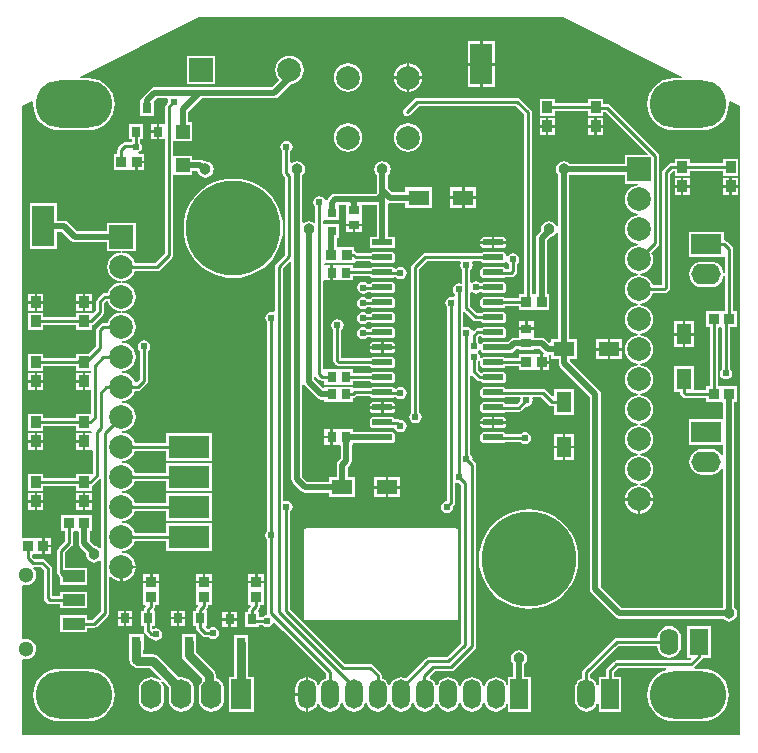
<source format=gtl>
G04*
G04 #@! TF.GenerationSoftware,Altium Limited,Altium Designer,22.7.1 (60)*
G04*
G04 Layer_Physical_Order=1*
G04 Layer_Color=255*
%FSLAX44Y44*%
%MOMM*%
G71*
G04*
G04 #@! TF.SameCoordinates,19F2358B-4240-49B2-A54B-8FB7877D19E4*
G04*
G04*
G04 #@! TF.FilePolarity,Positive*
G04*
G01*
G75*
%ADD12C,0.2540*%
%ADD17R,3.5000X1.9000*%
%ADD18R,1.2000X1.2000*%
%ADD19R,1.2000X1.2000*%
%ADD20R,1.7500X0.5800*%
G04:AMPARAMS|DCode=21|XSize=1.75mm|YSize=0.58mm|CornerRadius=0.116mm|HoleSize=0mm|Usage=FLASHONLY|Rotation=0.000|XOffset=0mm|YOffset=0mm|HoleType=Round|Shape=RoundedRectangle|*
%AMROUNDEDRECTD21*
21,1,1.7500,0.3480,0,0,0.0*
21,1,1.5180,0.5800,0,0,0.0*
1,1,0.2320,0.7590,-0.1740*
1,1,0.2320,-0.7590,-0.1740*
1,1,0.2320,-0.7590,0.1740*
1,1,0.2320,0.7590,0.1740*
%
%ADD21ROUNDEDRECTD21*%
%ADD22R,0.8500X0.9500*%
%ADD23R,0.9000X1.0000*%
%ADD24R,1.9000X3.5000*%
%ADD25R,0.8000X0.9000*%
%ADD26R,0.8000X0.9000*%
%ADD27R,1.8000X1.3000*%
%ADD28R,0.9000X0.8000*%
%ADD29R,1.3000X1.8000*%
%ADD30R,0.8000X0.8000*%
%ADD31R,0.9500X0.8500*%
%ADD32R,1.9000X1.0000*%
%ADD64C,0.5080*%
%ADD65C,0.7620*%
%ADD66C,2.0000*%
%ADD67R,2.0000X2.0000*%
%ADD68C,8.0000*%
%ADD69R,2.5000X1.7500*%
%ADD70O,2.5000X1.7500*%
%ADD71O,1.7500X2.5000*%
%ADD72R,1.7500X2.5000*%
%ADD73O,1.5000X2.5000*%
%ADD74R,1.5000X2.5000*%
%ADD75C,1.3000*%
%ADD76O,6.5000X4.0000*%
%ADD77O,1.6000X2.2500*%
%ADD78R,1.6000X2.2500*%
%ADD79C,0.9652*%
%ADD80C,0.6096*%
G36*
X569582Y568375D02*
X569291Y567139D01*
X562500D01*
X558181Y566713D01*
X554028Y565453D01*
X550200Y563408D01*
X546846Y560654D01*
X544092Y557299D01*
X542047Y553472D01*
X540787Y549319D01*
X540361Y545000D01*
X540787Y540681D01*
X542047Y536528D01*
X544092Y532701D01*
X546846Y529346D01*
X550200Y526592D01*
X554028Y524547D01*
X558181Y523287D01*
X562500Y522861D01*
X587500D01*
X591819Y523287D01*
X595972Y524547D01*
X599799Y526592D01*
X603154Y529346D01*
X605908Y532701D01*
X607953Y536528D01*
X609213Y540681D01*
X609639Y545000D01*
X609421Y547212D01*
X610467Y547932D01*
X618933Y543699D01*
X618933Y10987D01*
X10987D01*
Y74908D01*
X12257Y75651D01*
X14210Y75394D01*
X16437Y75688D01*
X18513Y76547D01*
X20295Y77915D01*
X21663Y79697D01*
X22522Y81773D01*
X22816Y84000D01*
X22522Y86227D01*
X21663Y88303D01*
X20295Y90085D01*
X18513Y91453D01*
X16437Y92312D01*
X14210Y92606D01*
X12257Y92348D01*
X10987Y93092D01*
Y137408D01*
X12257Y138152D01*
X14210Y137894D01*
X16437Y138188D01*
X18513Y139047D01*
X20295Y140415D01*
X21663Y142197D01*
X22522Y144273D01*
X22816Y146500D01*
X22522Y148727D01*
X21663Y150803D01*
X20611Y152173D01*
X21155Y153443D01*
X26895D01*
X29653Y150686D01*
Y126898D01*
X29910Y125610D01*
X30639Y124517D01*
X32127Y123029D01*
X33219Y122300D01*
X34508Y122043D01*
X43178D01*
Y118218D01*
X66242D01*
Y132282D01*
X43178D01*
Y128777D01*
X36387D01*
Y152080D01*
X36130Y153368D01*
X35401Y154461D01*
X30671Y159191D01*
X29578Y159920D01*
X28290Y160177D01*
X21354D01*
X19577Y161954D01*
Y163450D01*
X20475Y164348D01*
X22492Y164348D01*
X23762Y164348D01*
X28194D01*
Y171130D01*
Y177912D01*
X23762D01*
X22928Y177912D01*
X21658Y177912D01*
X10987D01*
X10987Y543699D01*
X19537Y547975D01*
X20584Y547255D01*
X20361Y545000D01*
X20787Y540681D01*
X22047Y536528D01*
X24092Y532701D01*
X26846Y529346D01*
X30200Y526592D01*
X34028Y524547D01*
X38181Y523287D01*
X42500Y522861D01*
X67500D01*
X71819Y523287D01*
X75972Y524547D01*
X79799Y526592D01*
X83154Y529346D01*
X85907Y532701D01*
X87953Y536528D01*
X89213Y540681D01*
X89639Y545000D01*
X89213Y549319D01*
X87953Y553472D01*
X85907Y557299D01*
X83154Y560654D01*
X79799Y563408D01*
X75972Y565453D01*
X71819Y566713D01*
X67500Y567139D01*
X60629D01*
X60337Y568375D01*
X160815Y618613D01*
X469105D01*
X569582Y568375D01*
D02*
G37*
%LPC*%
G36*
X411582Y598332D02*
X401066D01*
Y579816D01*
X411582D01*
Y598332D01*
D02*
G37*
G36*
X399034D02*
X388518D01*
Y579816D01*
X399034D01*
Y598332D01*
D02*
G37*
G36*
X338836Y579692D02*
Y568706D01*
X349822D01*
X349542Y570831D01*
X348330Y573758D01*
X346401Y576271D01*
X343888Y578200D01*
X340961Y579412D01*
X338836Y579692D01*
D02*
G37*
G36*
X336804D02*
X334679Y579412D01*
X331752Y578200D01*
X329239Y576271D01*
X327310Y573758D01*
X326098Y570831D01*
X325818Y568706D01*
X336804D01*
Y579692D01*
D02*
G37*
G36*
X174592Y586072D02*
X150528D01*
Y562008D01*
X174592D01*
Y586072D01*
D02*
G37*
G36*
X411582Y577784D02*
X401066D01*
Y559268D01*
X411582D01*
Y577784D01*
D02*
G37*
G36*
X399034D02*
X388518D01*
Y559268D01*
X399034D01*
Y577784D01*
D02*
G37*
G36*
X336804Y566674D02*
X325818D01*
X326098Y564549D01*
X327310Y561622D01*
X329239Y559109D01*
X331752Y557180D01*
X334679Y555968D01*
X336804Y555688D01*
Y566674D01*
D02*
G37*
G36*
X349822D02*
X338836D01*
Y555688D01*
X340961Y555968D01*
X343888Y557180D01*
X346401Y559109D01*
X348330Y561622D01*
X349542Y564549D01*
X349822Y566674D01*
D02*
G37*
G36*
X287020Y579826D02*
X283879Y579412D01*
X280952Y578200D01*
X278439Y576271D01*
X276510Y573758D01*
X275298Y570831D01*
X274884Y567690D01*
X275298Y564549D01*
X276510Y561622D01*
X278439Y559109D01*
X280952Y557180D01*
X283879Y555968D01*
X287020Y555554D01*
X290161Y555968D01*
X293088Y557180D01*
X295601Y559109D01*
X297530Y561622D01*
X298742Y564549D01*
X299156Y567690D01*
X298742Y570831D01*
X297530Y573758D01*
X295601Y576271D01*
X293088Y578200D01*
X290161Y579412D01*
X287020Y579826D01*
D02*
G37*
G36*
X503284Y533400D02*
X497769D01*
Y527384D01*
X503284D01*
Y533400D01*
D02*
G37*
G36*
X495737D02*
X490220D01*
Y527384D01*
X495737D01*
Y533400D01*
D02*
G37*
G36*
X462285D02*
X456768D01*
Y527384D01*
X462285D01*
Y533400D01*
D02*
G37*
G36*
X454737D02*
X449221D01*
Y527384D01*
X454737D01*
Y533400D01*
D02*
G37*
G36*
X125324Y528502D02*
X120308D01*
Y522986D01*
X125324D01*
Y528502D01*
D02*
G37*
G36*
X503284Y525352D02*
X497769D01*
Y519336D01*
X503284D01*
Y525352D01*
D02*
G37*
G36*
X495737D02*
X490220D01*
Y519336D01*
X495737D01*
Y525352D01*
D02*
G37*
G36*
X462285D02*
X456768D01*
Y519336D01*
X462285D01*
Y525352D01*
D02*
G37*
G36*
X454737D02*
X449221D01*
Y519336D01*
X454737D01*
Y525352D01*
D02*
G37*
G36*
X125324Y520954D02*
X120308D01*
Y515438D01*
X125324D01*
Y520954D01*
D02*
G37*
G36*
X337820Y529026D02*
X334679Y528612D01*
X331752Y527400D01*
X329239Y525471D01*
X327310Y522958D01*
X326098Y520031D01*
X325684Y516890D01*
X326098Y513749D01*
X327310Y510822D01*
X329239Y508309D01*
X331752Y506380D01*
X334679Y505168D01*
X337820Y504754D01*
X340961Y505168D01*
X343888Y506380D01*
X346401Y508309D01*
X348330Y510822D01*
X349542Y513749D01*
X349956Y516890D01*
X349542Y520031D01*
X348330Y522958D01*
X346401Y525471D01*
X343888Y527400D01*
X340961Y528612D01*
X337820Y529026D01*
D02*
G37*
G36*
X287020D02*
X283879Y528612D01*
X280952Y527400D01*
X278439Y525471D01*
X276510Y522958D01*
X275298Y520031D01*
X274884Y516890D01*
X275298Y513749D01*
X276510Y510822D01*
X278439Y508309D01*
X280952Y506380D01*
X283879Y505168D01*
X287020Y504754D01*
X290161Y505168D01*
X293088Y506380D01*
X295601Y508309D01*
X297530Y510822D01*
X298742Y513749D01*
X299156Y516890D01*
X298742Y520031D01*
X297530Y522958D01*
X295601Y525471D01*
X293088Y527400D01*
X290161Y528612D01*
X287020Y529026D01*
D02*
G37*
G36*
X114382Y495234D02*
X109116D01*
Y489468D01*
X114382D01*
Y495234D01*
D02*
G37*
G36*
X113372Y528502D02*
X101308D01*
Y515438D01*
X103973D01*
Y512742D01*
X103919Y512705D01*
X98179D01*
X96890Y512449D01*
X95798Y511719D01*
X92719Y508641D01*
X91990Y507548D01*
X91733Y506260D01*
Y503032D01*
X88818D01*
Y489468D01*
X100548D01*
X101382Y489468D01*
X102652Y489468D01*
X107084D01*
Y496250D01*
X108100D01*
Y497266D01*
X114382D01*
Y503032D01*
X109841D01*
X109712Y503381D01*
X109629Y504302D01*
X111104Y505288D01*
X112227Y506968D01*
X112621Y508950D01*
X112227Y510932D01*
X111104Y512612D01*
X110707Y512878D01*
Y515438D01*
X113372D01*
Y528502D01*
D02*
G37*
G36*
X237490Y586176D02*
X234349Y585762D01*
X231422Y584550D01*
X228909Y582621D01*
X226980Y580108D01*
X225768Y577181D01*
X225354Y574040D01*
X225768Y570899D01*
X226980Y567972D01*
X228909Y565459D01*
X228913Y565386D01*
X222859Y559332D01*
X123190D01*
X121406Y558977D01*
X119894Y557966D01*
X113544Y551616D01*
X112533Y550104D01*
X112215Y548502D01*
X110808D01*
Y535438D01*
X122872D01*
Y547760D01*
X125121Y550009D01*
X134156D01*
X134856Y548738D01*
X134521Y547050D01*
X134590Y546701D01*
X133509Y545621D01*
X132780Y544528D01*
X132523Y543240D01*
Y529709D01*
X132372Y528502D01*
X131253Y528502D01*
X127356D01*
Y521970D01*
Y515438D01*
X132372Y515438D01*
X132523Y514231D01*
Y418904D01*
X124335Y410717D01*
X106879D01*
X105760Y413418D01*
X103831Y415931D01*
X101318Y417860D01*
X98391Y419072D01*
X96173Y419364D01*
X95538Y419448D01*
X95621Y420718D01*
X107282D01*
Y444782D01*
X83218D01*
Y437412D01*
X57811D01*
X50286Y444936D01*
X48774Y445947D01*
X46990Y446302D01*
X40742D01*
Y461172D01*
X17678D01*
Y422108D01*
X40742D01*
Y436978D01*
X45059D01*
X52584Y429454D01*
X54096Y428443D01*
X55880Y428088D01*
X83218D01*
Y420718D01*
X94879D01*
X94963Y419448D01*
X94327Y419364D01*
X92109Y419072D01*
X89182Y417860D01*
X86669Y415931D01*
X84740Y413418D01*
X83528Y410491D01*
X83114Y407350D01*
X83528Y404209D01*
X84740Y401282D01*
X86669Y398769D01*
X89182Y396840D01*
X92109Y395628D01*
X94565Y395304D01*
X94670Y395290D01*
Y394010D01*
X94565Y393996D01*
X92109Y393672D01*
X89182Y392460D01*
X86669Y390531D01*
X84740Y388018D01*
X83621Y385317D01*
X81280D01*
X79992Y385060D01*
X78899Y384331D01*
X75089Y380521D01*
X74360Y379428D01*
X74103Y378140D01*
Y370644D01*
X71280Y367821D01*
X70209Y368264D01*
Y368264D01*
X57146D01*
Y364599D01*
X29209D01*
Y368264D01*
X16145D01*
Y354200D01*
X29209D01*
Y357865D01*
X57146D01*
Y354200D01*
X70209D01*
Y358016D01*
X70740Y358122D01*
X71833Y358852D01*
X79851Y366869D01*
X80580Y367962D01*
X80837Y369250D01*
Y376745D01*
X82448Y378357D01*
X83783Y378193D01*
X84740Y375882D01*
X86669Y373369D01*
X89182Y371440D01*
X92109Y370228D01*
X94565Y369904D01*
X94670Y369890D01*
Y368610D01*
X94565Y368596D01*
X92109Y368272D01*
X89182Y367060D01*
X86669Y365131D01*
X84740Y362618D01*
X83621Y359917D01*
X80010D01*
X78722Y359660D01*
X77629Y358931D01*
X75089Y356391D01*
X74360Y355298D01*
X74103Y354010D01*
Y340164D01*
X67439Y333500D01*
X57151D01*
Y329835D01*
X29214D01*
Y333500D01*
X16150D01*
Y319436D01*
X29214D01*
Y323101D01*
X57151D01*
Y319436D01*
X69151D01*
Y317500D01*
X64699D01*
Y310468D01*
Y303436D01*
X69151D01*
Y282700D01*
X57151D01*
Y279035D01*
X29214D01*
Y282700D01*
X16150D01*
Y268636D01*
X29214D01*
Y272301D01*
X57151D01*
Y268636D01*
X69704D01*
X70733Y267713D01*
X70042Y266700D01*
X69533Y266700D01*
X64699D01*
Y259668D01*
Y252636D01*
X69533D01*
X70215Y252636D01*
X70803Y251610D01*
Y232926D01*
X70215Y231900D01*
X57151D01*
Y228235D01*
X29214D01*
Y231900D01*
X16150D01*
Y217836D01*
X29214D01*
Y221501D01*
X57151D01*
Y217836D01*
X70215D01*
Y221747D01*
X70266Y221758D01*
X71358Y222487D01*
X76551Y227679D01*
X76643Y227818D01*
X77913Y227433D01*
Y169403D01*
X76643Y169046D01*
X75428Y169979D01*
X73760Y170670D01*
X72810Y170795D01*
X68358Y175247D01*
Y183398D01*
X69932D01*
Y196962D01*
X58202D01*
X57368Y196962D01*
X56098Y196962D01*
X44368D01*
Y183398D01*
X47433D01*
Y174926D01*
X42069Y169562D01*
X41340Y168470D01*
X41083Y167181D01*
Y148270D01*
X41340Y146982D01*
X42069Y145889D01*
X43178Y144781D01*
Y138218D01*
X66242D01*
Y152282D01*
X47817D01*
Y165787D01*
X53181Y171151D01*
X53910Y172243D01*
X54167Y173531D01*
Y182500D01*
X55065Y183398D01*
X56932Y183398D01*
X58137Y183398D01*
X59035Y182500D01*
Y173316D01*
X59389Y171532D01*
X60400Y170020D01*
X65213Y165207D01*
X65052Y163988D01*
X65288Y162198D01*
X65979Y160530D01*
X67078Y159097D01*
X68511Y157998D01*
X70179Y157307D01*
X71969Y157071D01*
X73760Y157307D01*
X75428Y157998D01*
X76643Y158930D01*
X77913Y158574D01*
Y115752D01*
X70778Y108617D01*
X66242D01*
Y112282D01*
X43178D01*
Y98218D01*
X66242D01*
Y101883D01*
X72172D01*
X73460Y102140D01*
X74553Y102869D01*
X83661Y111977D01*
X84390Y113069D01*
X84647Y114358D01*
Y145317D01*
X85917Y145749D01*
X86669Y144769D01*
X89182Y142840D01*
X92109Y141628D01*
X94234Y141348D01*
Y153350D01*
X95250D01*
Y154366D01*
X107252D01*
X106972Y156491D01*
X105760Y159418D01*
X103831Y161931D01*
X101318Y163860D01*
X98391Y165072D01*
X95935Y165396D01*
X95830Y165410D01*
Y166690D01*
X95934Y166704D01*
X98391Y167028D01*
X101318Y168240D01*
X103831Y170169D01*
X105760Y172682D01*
X106879Y175383D01*
X132868D01*
Y167218D01*
X171932D01*
Y190282D01*
X132868D01*
Y182117D01*
X106879D01*
X105760Y184818D01*
X103831Y187331D01*
X101318Y189260D01*
X98391Y190472D01*
X95935Y190796D01*
X95830Y190810D01*
Y192090D01*
X95934Y192104D01*
X98391Y192428D01*
X101318Y193640D01*
X103831Y195569D01*
X105760Y198082D01*
X106879Y200783D01*
X132868D01*
Y192618D01*
X171932D01*
Y215682D01*
X132868D01*
Y207517D01*
X106879D01*
X105760Y210218D01*
X103831Y212731D01*
X101318Y214660D01*
X98391Y215872D01*
X95935Y216196D01*
X95830Y216210D01*
Y217490D01*
X95934Y217504D01*
X98391Y217828D01*
X101318Y219040D01*
X103831Y220969D01*
X105760Y223482D01*
X106879Y226183D01*
X132868D01*
Y218018D01*
X171932D01*
Y241082D01*
X132868D01*
Y232917D01*
X106879D01*
X105760Y235618D01*
X103831Y238131D01*
X101318Y240060D01*
X98391Y241272D01*
X95935Y241596D01*
X95830Y241610D01*
Y242890D01*
X95934Y242904D01*
X98391Y243228D01*
X101318Y244440D01*
X103831Y246369D01*
X105760Y248882D01*
X106879Y251583D01*
X132868D01*
Y243418D01*
X171932D01*
Y266482D01*
X132868D01*
Y258317D01*
X106879D01*
X105760Y261018D01*
X103831Y263531D01*
X101318Y265460D01*
X98391Y266672D01*
X95935Y266996D01*
X95830Y267010D01*
Y268290D01*
X95934Y268304D01*
X98391Y268628D01*
X101318Y269840D01*
X103831Y271769D01*
X105760Y274282D01*
X106972Y277209D01*
X107386Y280350D01*
X106972Y283491D01*
X105760Y286418D01*
X103831Y288931D01*
X101318Y290860D01*
X98391Y292072D01*
X95935Y292396D01*
X95830Y292410D01*
Y293690D01*
X95934Y293704D01*
X98391Y294028D01*
X101318Y295240D01*
X103831Y297169D01*
X105760Y299682D01*
X106879Y302383D01*
X109220D01*
X110508Y302640D01*
X111601Y303369D01*
X116898Y308667D01*
X117628Y309760D01*
X117885Y311048D01*
Y336325D01*
X117963Y336377D01*
X119085Y338058D01*
X119480Y340040D01*
X119085Y342022D01*
X117963Y343703D01*
X116282Y344825D01*
X114300Y345219D01*
X112318Y344825D01*
X110638Y343703D01*
X109515Y342022D01*
X109121Y340040D01*
X109515Y338058D01*
X110638Y336377D01*
X111151Y336034D01*
Y312442D01*
X108052Y309343D01*
X106717Y309507D01*
X105760Y311818D01*
X103831Y314331D01*
X101318Y316260D01*
X98391Y317472D01*
X95935Y317796D01*
X95830Y317810D01*
Y319090D01*
X95934Y319104D01*
X98391Y319428D01*
X101318Y320640D01*
X103831Y322569D01*
X105760Y325082D01*
X106972Y328009D01*
X107386Y331150D01*
X106972Y334291D01*
X105760Y337218D01*
X103831Y339731D01*
X101318Y341660D01*
X98391Y342872D01*
X95935Y343196D01*
X95830Y343210D01*
Y344490D01*
X95934Y344504D01*
X98391Y344828D01*
X101318Y346040D01*
X103831Y347969D01*
X105760Y350482D01*
X106972Y353409D01*
X107386Y356550D01*
X106972Y359691D01*
X105760Y362618D01*
X103831Y365131D01*
X101318Y367060D01*
X98391Y368272D01*
X95935Y368596D01*
X95830Y368610D01*
Y369890D01*
X95935Y369904D01*
X98391Y370228D01*
X101318Y371440D01*
X103831Y373369D01*
X105760Y375882D01*
X106972Y378809D01*
X107386Y381950D01*
X106972Y385091D01*
X105760Y388018D01*
X103831Y390531D01*
X101318Y392460D01*
X98391Y393672D01*
X95935Y393996D01*
X95830Y394010D01*
Y395290D01*
X95935Y395304D01*
X98391Y395628D01*
X101318Y396840D01*
X103831Y398769D01*
X105760Y401282D01*
X106879Y403983D01*
X125730D01*
X127018Y404240D01*
X128111Y404969D01*
X138271Y415129D01*
X139000Y416222D01*
X139257Y417510D01*
Y484061D01*
X139288Y485318D01*
X140527Y485318D01*
X155352D01*
Y488689D01*
X159612D01*
X159689Y488110D01*
X160380Y486441D01*
X161479Y485009D01*
X162911Y483909D01*
X164580Y483218D01*
X166370Y482983D01*
X168160Y483218D01*
X169829Y483909D01*
X171261Y485009D01*
X172360Y486441D01*
X173051Y488110D01*
X173287Y489900D01*
X173051Y491690D01*
X172360Y493359D01*
X171261Y494791D01*
X169829Y495891D01*
X168160Y496581D01*
X166370Y496817D01*
X164990Y496636D01*
X164979Y496646D01*
X163467Y497657D01*
X161683Y498012D01*
X155352D01*
Y501382D01*
X139288Y501382D01*
X139257Y502639D01*
Y512661D01*
X139288Y513918D01*
X155352D01*
Y529982D01*
X151982D01*
Y538769D01*
X163221Y550009D01*
X224790D01*
X226574Y550363D01*
X228086Y551374D01*
X238787Y562075D01*
X240631Y562318D01*
X243558Y563530D01*
X246071Y565459D01*
X248000Y567972D01*
X249212Y570899D01*
X249626Y574040D01*
X249212Y577181D01*
X248000Y580108D01*
X246071Y582621D01*
X243558Y584550D01*
X240631Y585762D01*
X237490Y586176D01*
D02*
G37*
G36*
X617584Y482600D02*
X612068D01*
Y476584D01*
X617584D01*
Y482600D01*
D02*
G37*
G36*
X610037D02*
X604520D01*
Y476584D01*
X610037D01*
Y482600D01*
D02*
G37*
G36*
X576585D02*
X571068D01*
Y476584D01*
X576585D01*
Y482600D01*
D02*
G37*
G36*
X569036D02*
X563521D01*
Y476584D01*
X569036D01*
Y482600D01*
D02*
G37*
G36*
X617584Y474552D02*
X612068D01*
Y468536D01*
X617584D01*
Y474552D01*
D02*
G37*
G36*
X610037D02*
X604520D01*
Y468536D01*
X610037D01*
Y474552D01*
D02*
G37*
G36*
X576585D02*
X571068D01*
Y468536D01*
X576585D01*
Y474552D01*
D02*
G37*
G36*
X569036D02*
X563521D01*
Y468536D01*
X569036D01*
Y474552D01*
D02*
G37*
G36*
X395792Y474622D02*
X385776D01*
Y467106D01*
X395792D01*
Y474622D01*
D02*
G37*
G36*
X383744D02*
X373728D01*
Y467106D01*
X383744D01*
Y474622D01*
D02*
G37*
G36*
X395792Y465074D02*
X385776D01*
Y457558D01*
X395792D01*
Y465074D01*
D02*
G37*
G36*
X383744D02*
X373728D01*
Y457558D01*
X383744D01*
Y465074D01*
D02*
G37*
G36*
X345390Y550417D02*
X344101Y550160D01*
X343009Y549431D01*
X334527Y540948D01*
X333797Y539856D01*
X333540Y538568D01*
X333797Y537279D01*
X334527Y536187D01*
X335619Y535457D01*
X336907Y535201D01*
X338196Y535457D01*
X339288Y536187D01*
X346784Y543683D01*
X429136D01*
X436053Y536766D01*
Y384158D01*
X431718D01*
Y380602D01*
X420391D01*
X419941Y381277D01*
X418885Y381982D01*
X417639Y382230D01*
X402459D01*
X401214Y381982D01*
X400158Y381277D01*
X399453Y380221D01*
X399205Y378975D01*
Y375495D01*
X399453Y374250D01*
X400158Y373194D01*
X401214Y372489D01*
X402459Y372241D01*
X417639D01*
X418885Y372489D01*
X419941Y373194D01*
X420391Y373869D01*
X431718D01*
Y370594D01*
X443448D01*
X444282Y370594D01*
X445552Y370594D01*
X457282D01*
Y384158D01*
X455587D01*
Y429657D01*
X458251Y432321D01*
X458990Y432419D01*
X460659Y433110D01*
X462091Y434209D01*
X463190Y435641D01*
X463881Y437310D01*
X463968Y437970D01*
X465238Y437887D01*
Y346032D01*
X458918D01*
Y343393D01*
X457648Y342867D01*
X454638Y345876D01*
X453126Y346887D01*
X451342Y347242D01*
X445580D01*
X444682Y348140D01*
Y348712D01*
X444682Y349982D01*
Y354164D01*
X431618D01*
Y349982D01*
X431618Y349148D01*
X431618Y348140D01*
X430720Y347242D01*
X427990D01*
X426206Y346887D01*
X424694Y345876D01*
X422615Y343797D01*
X419012D01*
X418885Y343882D01*
X417639Y344130D01*
X402459D01*
X401214Y343882D01*
X400158Y343177D01*
X399641Y342404D01*
X399503Y342358D01*
X398588Y342321D01*
X398230Y342404D01*
X397363Y343703D01*
X397067Y343900D01*
Y347536D01*
X398000Y348469D01*
X399707D01*
X400158Y347794D01*
X401214Y347089D01*
X402459Y346841D01*
X417639D01*
X418885Y347089D01*
X419941Y347794D01*
X420646Y348850D01*
X420894Y350095D01*
Y353575D01*
X420646Y354821D01*
X419941Y355877D01*
X418885Y356582D01*
X417639Y356830D01*
X402459D01*
X401214Y356582D01*
X400158Y355877D01*
X399707Y355202D01*
X396605D01*
X395317Y354946D01*
X394225Y354216D01*
X393353Y353344D01*
X391947Y353734D01*
X391012Y355132D01*
X389332Y356255D01*
X387350Y356650D01*
X385637Y356309D01*
X384367Y356997D01*
Y368799D01*
X385637Y369325D01*
X392807Y362155D01*
X393899Y361425D01*
X395188Y361169D01*
X399707D01*
X400158Y360494D01*
X401214Y359789D01*
X402459Y359541D01*
X417639D01*
X418885Y359789D01*
X419941Y360494D01*
X420646Y361550D01*
X420894Y362795D01*
Y366275D01*
X420646Y367521D01*
X419941Y368577D01*
X418885Y369282D01*
X417639Y369530D01*
X402459D01*
X401214Y369282D01*
X400158Y368577D01*
X399707Y367902D01*
X396582D01*
X390717Y373768D01*
Y385592D01*
X391987Y386063D01*
X393353Y385150D01*
X395335Y384756D01*
X397318Y385150D01*
X398998Y386273D01*
X399989Y385949D01*
X400237Y385841D01*
X401214Y385189D01*
X402459Y384941D01*
X417639D01*
X418885Y385189D01*
X419941Y385894D01*
X420646Y386950D01*
X420894Y388195D01*
Y391675D01*
X420646Y392921D01*
X419941Y393977D01*
X418885Y394682D01*
X417639Y394930D01*
X402459D01*
X401214Y394682D01*
X400237Y394030D01*
X399989Y393922D01*
X398998Y393598D01*
X397318Y394721D01*
X395335Y395115D01*
X393353Y394721D01*
X391987Y393807D01*
X390717Y394279D01*
Y404760D01*
X391012Y404958D01*
X392135Y406638D01*
X392529Y408620D01*
X392135Y410602D01*
X391970Y410849D01*
X392569Y411969D01*
X399707D01*
X400158Y411294D01*
X401214Y410589D01*
X402459Y410341D01*
X417639D01*
X418885Y410589D01*
X419941Y411294D01*
X420544Y412198D01*
X421156Y412230D01*
X421866Y412064D01*
X421935Y411718D01*
X423058Y410037D01*
X423353Y409840D01*
Y405637D01*
X420635D01*
X419941Y406677D01*
X418885Y407382D01*
X417639Y407630D01*
X402459D01*
X401214Y407382D01*
X400158Y406677D01*
X399453Y405621D01*
X399205Y404375D01*
Y400895D01*
X399453Y399650D01*
X400158Y398594D01*
X401214Y397889D01*
X402459Y397641D01*
X417639D01*
X418885Y397889D01*
X419941Y398594D01*
X420147Y398903D01*
X425232D01*
X426521Y399160D01*
X427613Y399889D01*
X429101Y401377D01*
X429830Y402469D01*
X430087Y403758D01*
Y409840D01*
X430382Y410037D01*
X431505Y411718D01*
X431899Y413700D01*
X431505Y415682D01*
X430382Y417363D01*
X428702Y418485D01*
X426720Y418880D01*
X424738Y418485D01*
X423058Y417363D01*
X422164Y416025D01*
X420894Y416410D01*
Y417075D01*
X420646Y418321D01*
X419941Y419377D01*
X418885Y420082D01*
X417639Y420330D01*
X402459D01*
X401214Y420082D01*
X400158Y419377D01*
X399707Y418702D01*
X352155D01*
X350867Y418446D01*
X349775Y417716D01*
X341789Y409731D01*
X341060Y408638D01*
X340803Y407350D01*
Y284210D01*
X340508Y284013D01*
X339385Y282332D01*
X338991Y280350D01*
X339385Y278368D01*
X340508Y276688D01*
X342188Y275565D01*
X344170Y275170D01*
X346152Y275565D01*
X347832Y276688D01*
X348955Y278368D01*
X349350Y280350D01*
X348955Y282332D01*
X347832Y284013D01*
X347537Y284210D01*
Y405956D01*
X353550Y411969D01*
X382131D01*
X382729Y410849D01*
X382565Y410602D01*
X382170Y408620D01*
X382565Y406638D01*
X383688Y404958D01*
X383983Y404760D01*
Y393828D01*
X382713Y393139D01*
X381000Y393479D01*
X379018Y393085D01*
X377337Y391963D01*
X376215Y390282D01*
X375821Y388300D01*
X376215Y386318D01*
X377337Y384637D01*
X377633Y384440D01*
Y382397D01*
X376363Y381709D01*
X374650Y382049D01*
X372668Y381655D01*
X370988Y380532D01*
X369865Y378852D01*
X369470Y376870D01*
X369865Y374888D01*
X370988Y373208D01*
X371283Y373010D01*
Y210536D01*
X370840Y209329D01*
X368858Y208935D01*
X367178Y207812D01*
X366055Y206132D01*
X365661Y204150D01*
X366055Y202168D01*
X367178Y200487D01*
X368858Y199365D01*
X370840Y198971D01*
X372822Y199365D01*
X374502Y200487D01*
X375625Y202168D01*
X376020Y204150D01*
X375950Y204499D01*
X377031Y205579D01*
X377760Y206672D01*
X378017Y207960D01*
Y224023D01*
X379287Y224711D01*
X381000Y224370D01*
X381349Y224440D01*
X382713Y223076D01*
Y88774D01*
X370705Y76767D01*
X355100D01*
X353811Y76510D01*
X352719Y75781D01*
X336029Y59090D01*
X334588Y59687D01*
X332100Y60014D01*
X329612Y59687D01*
X327293Y58726D01*
X325302Y57198D01*
X323774Y55207D01*
X322813Y52888D01*
X322741Y52335D01*
X321460D01*
X321387Y52888D01*
X320426Y55207D01*
X318898Y57198D01*
X316907Y58726D01*
X315467Y59323D01*
Y61590D01*
X315210Y62878D01*
X314481Y63971D01*
X308246Y70205D01*
X307154Y70935D01*
X305866Y71191D01*
X284169D01*
X238317Y117043D01*
Y200290D01*
X238612Y200487D01*
X239735Y202168D01*
X240130Y204150D01*
X239735Y206132D01*
X238612Y207812D01*
X236932Y208935D01*
X234950Y209329D01*
X233237Y208989D01*
X231967Y209678D01*
Y406164D01*
X238005Y412202D01*
X239178Y411716D01*
Y227446D01*
X239533Y225662D01*
X240544Y224150D01*
X247330Y217364D01*
X248842Y216353D01*
X250626Y215998D01*
X270958D01*
Y212128D01*
X293022D01*
Y229192D01*
X286652D01*
Y237729D01*
X288972Y240050D01*
X289983Y241562D01*
X290338Y243346D01*
Y256955D01*
X291708D01*
Y258549D01*
X306874D01*
X307414Y258189D01*
X308659Y257941D01*
X323839D01*
X325085Y258189D01*
X326141Y258894D01*
X326846Y259950D01*
X327094Y261195D01*
Y264675D01*
X326846Y265921D01*
X326141Y266977D01*
X325085Y267682D01*
X323839Y267930D01*
X308659D01*
X308371Y267873D01*
X291708D01*
Y270019D01*
X280478D01*
X279644Y270019D01*
X278374Y270019D01*
X274192D01*
Y263487D01*
Y256955D01*
X278374D01*
X279208Y256955D01*
X280117Y256955D01*
X281015Y256057D01*
Y245277D01*
X278694Y242956D01*
X277683Y241444D01*
X277328Y239660D01*
Y229192D01*
X270958D01*
Y225322D01*
X252557D01*
X248502Y229377D01*
Y307250D01*
X248713Y307403D01*
X250439Y307096D01*
X250704Y306700D01*
X261300Y296104D01*
X262812Y295093D01*
X264596Y294739D01*
X267118D01*
Y292868D01*
X278348D01*
X279182Y292868D01*
X280452Y292868D01*
X291682D01*
Y296143D01*
X292421Y296290D01*
X293513Y297019D01*
X294162Y297669D01*
X305907D01*
X306358Y296994D01*
X307414Y296289D01*
X308659Y296041D01*
X323839D01*
X325085Y296289D01*
X326141Y296994D01*
X326332Y297281D01*
X327625D01*
X327808Y297008D01*
X329488Y295885D01*
X331470Y295490D01*
X333452Y295885D01*
X335132Y297008D01*
X336255Y298688D01*
X336650Y300670D01*
X336255Y302652D01*
X335132Y304333D01*
X333452Y305455D01*
X331470Y305849D01*
X329488Y305455D01*
X327808Y304333D01*
X326576Y304424D01*
X326141Y305077D01*
X325085Y305782D01*
X323839Y306030D01*
X308659D01*
X307414Y305782D01*
X306358Y305077D01*
X305907Y304402D01*
X292768D01*
X292664Y304382D01*
X291682Y305187D01*
Y305932D01*
X280452D01*
X279618Y305932D01*
X278348Y305932D01*
X267118D01*
Y305266D01*
X265848Y304740D01*
X258662Y311927D01*
Y314101D01*
X259932Y314486D01*
X260255Y314001D01*
X262351Y311906D01*
X263443Y311176D01*
X264731Y310920D01*
X267144D01*
Y307755D01*
X278374D01*
X279208Y307755D01*
X280478Y307755D01*
X291708D01*
Y310369D01*
X305907D01*
X306358Y309694D01*
X307414Y308989D01*
X308659Y308741D01*
X323839D01*
X325085Y308989D01*
X326141Y309694D01*
X326846Y310750D01*
X327094Y311995D01*
Y315475D01*
X326846Y316721D01*
X326141Y317777D01*
X325085Y318482D01*
X323839Y318730D01*
X308659D01*
X307414Y318482D01*
X306358Y317777D01*
X305907Y317102D01*
X291708D01*
Y320819D01*
X280478D01*
X279644Y320819D01*
X278374Y320819D01*
X267144D01*
Y320819D01*
X266003Y321129D01*
Y395695D01*
X267118Y396068D01*
X267273Y396068D01*
X272134D01*
Y402600D01*
Y409132D01*
X267273D01*
X267118Y409132D01*
X267001Y409458D01*
X267056Y409713D01*
X267896Y410728D01*
X278348D01*
X279182Y410728D01*
X280452Y410728D01*
X292182D01*
Y410932D01*
X293452Y411974D01*
X293477Y411969D01*
X305907D01*
X306358Y411294D01*
X307414Y410589D01*
X308659Y410341D01*
X323839D01*
X325085Y410589D01*
X326141Y411294D01*
X326846Y412350D01*
X327094Y413595D01*
Y417075D01*
X326846Y418321D01*
X326141Y419377D01*
X325085Y420082D01*
X323839Y420330D01*
X308659D01*
X307414Y420082D01*
X306358Y419377D01*
X305907Y418702D01*
X294872D01*
X293683Y419891D01*
X292591Y420620D01*
X292182Y420702D01*
Y424292D01*
X280452D01*
X279618Y424292D01*
X278587Y424292D01*
X277689Y425190D01*
Y431982D01*
X279160D01*
Y444045D01*
X267273D01*
X267096Y444045D01*
X266003Y444472D01*
Y446555D01*
X267096Y446982D01*
X267273Y446982D01*
X279160D01*
Y459045D01*
X279160D01*
X279539Y460158D01*
X285568D01*
Y450312D01*
X285568Y449478D01*
X285568Y448208D01*
Y444026D01*
X292100D01*
X298632D01*
Y448208D01*
X298632Y449042D01*
X298632Y450312D01*
Y460158D01*
X311588D01*
Y432967D01*
X305467D01*
Y423103D01*
X327031D01*
Y432967D01*
X320911D01*
Y460763D01*
X321893Y461569D01*
X322599Y461428D01*
X335728D01*
Y457558D01*
X357792D01*
Y474622D01*
X335728D01*
Y470752D01*
X324530D01*
X320911Y474371D01*
Y484847D01*
X321121Y485009D01*
X322220Y486441D01*
X322911Y488110D01*
X323147Y489900D01*
X322911Y491690D01*
X322220Y493359D01*
X321121Y494791D01*
X319689Y495890D01*
X318020Y496581D01*
X316230Y496817D01*
X314440Y496581D01*
X312771Y495890D01*
X311339Y494791D01*
X310240Y493359D01*
X309548Y491690D01*
X309313Y489900D01*
X309548Y488110D01*
X310240Y486441D01*
X311339Y485009D01*
X311588Y484818D01*
Y470222D01*
X310848Y469482D01*
X276104D01*
X274320Y469127D01*
X272808Y468116D01*
X269832Y465140D01*
X268984Y463872D01*
X267908Y463905D01*
X267648Y463983D01*
X266553Y465622D01*
X264872Y466745D01*
X262890Y467140D01*
X260908Y466745D01*
X259228Y465622D01*
X258105Y463942D01*
X257710Y461960D01*
X258105Y459978D01*
X259228Y458298D01*
X259269Y458270D01*
Y445302D01*
X257999Y444676D01*
X257459Y445090D01*
X255790Y445782D01*
X254000Y446017D01*
X252210Y445782D01*
X250541Y445090D01*
X249772Y444500D01*
X248502Y445126D01*
Y484833D01*
X248731Y485009D01*
X249830Y486441D01*
X250522Y488110D01*
X250757Y489900D01*
X250522Y491690D01*
X249830Y493359D01*
X248731Y494791D01*
X247299Y495891D01*
X245630Y496581D01*
X243840Y496817D01*
X242050Y496581D01*
X240381Y495891D01*
X239587Y495281D01*
X238317Y495907D01*
Y505090D01*
X238612Y505288D01*
X239735Y506968D01*
X240130Y508950D01*
X239735Y510932D01*
X238612Y512612D01*
X236932Y513735D01*
X234950Y514129D01*
X232968Y513735D01*
X231287Y512612D01*
X230165Y510932D01*
X229771Y508950D01*
X230165Y506968D01*
X231287Y505288D01*
X231583Y505090D01*
Y486577D01*
X231840Y485289D01*
X232569Y484196D01*
X234123Y482642D01*
Y417843D01*
X226219Y409939D01*
X225490Y408847D01*
X225233Y407559D01*
Y369697D01*
X223963Y369009D01*
X222250Y369350D01*
X220268Y368955D01*
X218587Y367832D01*
X217465Y366152D01*
X217071Y364170D01*
X217465Y362188D01*
X218587Y360508D01*
X218883Y360310D01*
Y183880D01*
X218587Y183682D01*
X217465Y182002D01*
X217071Y180020D01*
X217465Y178038D01*
X218587Y176357D01*
X218883Y176160D01*
Y114016D01*
X218882Y113976D01*
X218829Y113837D01*
X217845Y112691D01*
X216458Y112415D01*
X214778Y111292D01*
X214580Y110997D01*
X211772D01*
Y115432D01*
X211073D01*
X210586Y116605D01*
X211931Y117949D01*
X212660Y119042D01*
X212917Y120330D01*
Y121518D01*
X216332D01*
Y133248D01*
X216332Y134082D01*
X216332Y135352D01*
Y139784D01*
X202768D01*
Y135352D01*
X202768Y134518D01*
X202768Y133248D01*
Y121518D01*
X204317D01*
X204804Y120345D01*
X203359Y118901D01*
X202630Y117808D01*
X202373Y116520D01*
Y115432D01*
X199708D01*
Y102368D01*
X211772D01*
Y104263D01*
X214580D01*
X214778Y103968D01*
X216458Y102845D01*
X218440Y102451D01*
X220422Y102845D01*
X222103Y103968D01*
X223225Y105648D01*
X223358Y106315D01*
X224736Y106733D01*
X232332Y99137D01*
X232332Y99137D01*
X257257Y74212D01*
X257257Y74212D01*
X268733Y62736D01*
Y59323D01*
X267293Y58726D01*
X265302Y57198D01*
X263774Y55207D01*
X262813Y52888D01*
X262740Y52335D01*
X261460D01*
X261387Y52888D01*
X260426Y55207D01*
X258898Y57198D01*
X256907Y58726D01*
X254588Y59687D01*
X253116Y59880D01*
Y45400D01*
Y30919D01*
X254588Y31113D01*
X256907Y32074D01*
X258898Y33602D01*
X260426Y35593D01*
X261387Y37912D01*
X261460Y38465D01*
X262740D01*
X262813Y37912D01*
X263774Y35593D01*
X265302Y33602D01*
X267293Y32074D01*
X269612Y31113D01*
X272100Y30786D01*
X274588Y31113D01*
X276907Y32074D01*
X278898Y33602D01*
X280426Y35593D01*
X281387Y37912D01*
X281460Y38465D01*
X282740D01*
X282813Y37912D01*
X283774Y35593D01*
X285302Y33602D01*
X287293Y32074D01*
X289612Y31113D01*
X292100Y30786D01*
X294588Y31113D01*
X296907Y32074D01*
X298898Y33602D01*
X300426Y35593D01*
X301387Y37912D01*
X301460Y38465D01*
X302740D01*
X302813Y37912D01*
X303774Y35593D01*
X305302Y33602D01*
X307293Y32074D01*
X309612Y31113D01*
X312100Y30786D01*
X314588Y31113D01*
X316907Y32074D01*
X318898Y33602D01*
X320426Y35593D01*
X321387Y37912D01*
X321460Y38465D01*
X322741D01*
X322813Y37912D01*
X323774Y35593D01*
X325302Y33602D01*
X327293Y32074D01*
X329612Y31113D01*
X332100Y30786D01*
X334588Y31113D01*
X336907Y32074D01*
X338898Y33602D01*
X340426Y35593D01*
X341387Y37912D01*
X341460Y38465D01*
X342741D01*
X342813Y37912D01*
X343774Y35593D01*
X345302Y33602D01*
X347293Y32074D01*
X349612Y31113D01*
X352100Y30786D01*
X354588Y31113D01*
X356907Y32074D01*
X358898Y33602D01*
X360426Y35593D01*
X361387Y37912D01*
X361460Y38465D01*
X362741D01*
X362813Y37912D01*
X363774Y35593D01*
X365302Y33602D01*
X367293Y32074D01*
X369612Y31113D01*
X372100Y30786D01*
X374588Y31113D01*
X376907Y32074D01*
X378898Y33602D01*
X380426Y35593D01*
X381387Y37912D01*
X381460Y38465D01*
X382741D01*
X382813Y37912D01*
X383774Y35593D01*
X385302Y33602D01*
X387293Y32074D01*
X389612Y31113D01*
X392100Y30786D01*
X394588Y31113D01*
X396907Y32074D01*
X398898Y33602D01*
X400426Y35593D01*
X401387Y37912D01*
X401460Y38465D01*
X402741D01*
X402813Y37912D01*
X403774Y35593D01*
X405302Y33602D01*
X407293Y32074D01*
X409612Y31113D01*
X412100Y30786D01*
X414588Y31113D01*
X416907Y32074D01*
X418898Y33602D01*
X420426Y35593D01*
X421387Y37912D01*
X422568Y37611D01*
Y30868D01*
X441632D01*
Y59932D01*
X436462D01*
Y70813D01*
X436691Y70989D01*
X437790Y72421D01*
X438481Y74090D01*
X438717Y75880D01*
X438481Y77670D01*
X437790Y79339D01*
X436691Y80771D01*
X435259Y81870D01*
X433590Y82562D01*
X431800Y82797D01*
X430010Y82562D01*
X428341Y81870D01*
X426909Y80771D01*
X425810Y79339D01*
X425118Y77670D01*
X424883Y75880D01*
X425118Y74090D01*
X425810Y72421D01*
X426909Y70989D01*
X427138Y70813D01*
Y59932D01*
X422568D01*
Y53189D01*
X421387Y52888D01*
X420426Y55207D01*
X418898Y57198D01*
X416907Y58726D01*
X414588Y59687D01*
X412100Y60014D01*
X409612Y59687D01*
X407293Y58726D01*
X405302Y57198D01*
X403774Y55207D01*
X402813Y52888D01*
X402741Y52335D01*
X401460D01*
X401387Y52888D01*
X400426Y55207D01*
X398898Y57198D01*
X396907Y58726D01*
X394588Y59687D01*
X392100Y60014D01*
X389612Y59687D01*
X387293Y58726D01*
X385302Y57198D01*
X383774Y55207D01*
X382813Y52888D01*
X382741Y52335D01*
X381460D01*
X381387Y52888D01*
X380426Y55207D01*
X378898Y57198D01*
X376907Y58726D01*
X374588Y59687D01*
X372100Y60014D01*
X369612Y59687D01*
X367293Y58726D01*
X365302Y57198D01*
X363774Y55207D01*
X362813Y52888D01*
X362741Y52335D01*
X361460D01*
X361387Y52888D01*
X360426Y55207D01*
X358898Y57198D01*
X356907Y58726D01*
X356358Y58954D01*
X356110Y60199D01*
X360804Y64893D01*
X374650D01*
X375938Y65150D01*
X377031Y65879D01*
X394811Y83659D01*
X395540Y84752D01*
X395797Y86040D01*
Y239710D01*
X395540Y240998D01*
X394811Y242091D01*
X392460Y244441D01*
X392529Y244790D01*
X392135Y246772D01*
X391012Y248452D01*
X390717Y248650D01*
Y314876D01*
X391987Y315402D01*
X396034Y311355D01*
X397126Y310625D01*
X398415Y310369D01*
X399707D01*
X400158Y309694D01*
X401214Y308989D01*
X402459Y308741D01*
X417639D01*
X418885Y308989D01*
X419941Y309694D01*
X420646Y310750D01*
X420894Y311995D01*
Y315475D01*
X420646Y316721D01*
X419941Y317777D01*
X418885Y318482D01*
X417639Y318730D01*
X402459D01*
X401214Y318482D01*
X400158Y317777D01*
X399226Y317685D01*
X397067Y319844D01*
Y327290D01*
X397363Y327487D01*
X397966Y328390D01*
X398706Y328262D01*
X399205Y327959D01*
Y324695D01*
X399453Y323450D01*
X400158Y322394D01*
X401214Y321689D01*
X402459Y321441D01*
X417639D01*
X418885Y321689D01*
X419941Y322394D01*
X420391Y323069D01*
X431718D01*
Y319794D01*
X443448D01*
X444282Y319794D01*
X445552Y319794D01*
X449984D01*
Y326576D01*
Y333358D01*
X445552D01*
X444718Y333358D01*
X443448Y333358D01*
X431718D01*
Y329802D01*
X420391D01*
X419941Y330477D01*
X418885Y331182D01*
X417639Y331430D01*
X402459D01*
X401214Y331182D01*
X400158Y330477D01*
X399991Y330226D01*
X398794Y330722D01*
X398880Y331150D01*
X398485Y333132D01*
X397363Y334813D01*
X397142Y334960D01*
Y336230D01*
X397363Y336377D01*
X397976Y337296D01*
X398066Y337303D01*
X399289Y336974D01*
X399453Y336150D01*
X400158Y335094D01*
X401214Y334389D01*
X402459Y334141D01*
X417639D01*
X418885Y334389D01*
X419012Y334474D01*
X424545D01*
X426329Y334829D01*
X427842Y335839D01*
X429921Y337919D01*
X431618D01*
Y336648D01*
X444682D01*
Y337919D01*
X449411D01*
X452702Y334628D01*
X452176Y333358D01*
X452016D01*
Y327592D01*
X457282D01*
Y332888D01*
X458918D01*
Y328968D01*
X465289D01*
Y326020D01*
X465643Y324236D01*
X466654Y322724D01*
X491908Y297469D01*
Y134300D01*
X492263Y132516D01*
X493274Y131004D01*
X513594Y110684D01*
X515106Y109673D01*
X516890Y109319D01*
X604533D01*
X604709Y109089D01*
X606141Y107990D01*
X607810Y107298D01*
X609600Y107063D01*
X611390Y107298D01*
X613059Y107990D01*
X614491Y109089D01*
X615591Y110521D01*
X616282Y112190D01*
X616517Y113980D01*
X616282Y115770D01*
X615591Y117439D01*
X614491Y118871D01*
X614262Y119047D01*
Y292618D01*
X616032D01*
Y306182D01*
X604302D01*
X603468Y306182D01*
X602198Y306182D01*
X600117D01*
Y355220D01*
X601015Y356118D01*
X603032Y356118D01*
X603693Y355122D01*
Y321140D01*
X603397Y320942D01*
X602275Y319262D01*
X601880Y317279D01*
X602275Y315297D01*
X603397Y313617D01*
X605078Y312494D01*
X607060Y312100D01*
X609042Y312494D01*
X610723Y313617D01*
X611845Y315297D01*
X612239Y317279D01*
X611845Y319262D01*
X610723Y320942D01*
X610427Y321140D01*
Y356118D01*
X616032D01*
Y369682D01*
X613117D01*
Y422440D01*
X612860Y423728D01*
X612131Y424821D01*
X608171Y428781D01*
X607078Y429510D01*
X605790Y429767D01*
X605082D01*
Y437182D01*
X576018D01*
Y415618D01*
X605082D01*
Y419194D01*
X606352Y419873D01*
X606383Y419852D01*
Y401552D01*
X605113Y401469D01*
X605075Y401757D01*
X604804Y403815D01*
X603718Y406437D01*
X601990Y408690D01*
X599738Y410418D01*
X597115Y411505D01*
X594300Y411875D01*
X586800D01*
X583985Y411505D01*
X581362Y410418D01*
X579110Y408690D01*
X577382Y406437D01*
X576296Y403815D01*
X575925Y401000D01*
X576296Y398185D01*
X577382Y395563D01*
X579110Y393310D01*
X581362Y391582D01*
X583985Y390495D01*
X586800Y390125D01*
X594300D01*
X597115Y390495D01*
X599738Y391582D01*
X601990Y393310D01*
X603718Y395563D01*
X604804Y398185D01*
X605075Y400243D01*
X605113Y400531D01*
X606383Y400448D01*
Y370580D01*
X605485Y369682D01*
X603468Y369682D01*
X602198Y369682D01*
X590468D01*
Y356118D01*
X593383D01*
Y306182D01*
X590468D01*
Y302767D01*
X580032D01*
Y323182D01*
X562968D01*
Y301118D01*
X568133D01*
Y300888D01*
X568390Y299599D01*
X569119Y298507D01*
X570607Y297019D01*
X571699Y296290D01*
X572988Y296033D01*
X590468D01*
Y292618D01*
X602198D01*
X603032Y292618D01*
X604040Y292618D01*
X604938Y291720D01*
Y278432D01*
X576018D01*
Y256868D01*
X604938D01*
Y248279D01*
X603800Y247743D01*
X603668Y247752D01*
X601990Y249940D01*
X599738Y251668D01*
X597115Y252754D01*
X594300Y253125D01*
X586800D01*
X583985Y252754D01*
X581362Y251668D01*
X579110Y249940D01*
X577382Y247687D01*
X576296Y245065D01*
X575925Y242250D01*
X576296Y239435D01*
X577382Y236812D01*
X579110Y234560D01*
X581362Y232832D01*
X583985Y231745D01*
X586800Y231375D01*
X594300D01*
X597115Y231745D01*
X599738Y232832D01*
X601990Y234560D01*
X603668Y236748D01*
X603800Y236757D01*
X604938Y236221D01*
Y119047D01*
X604709Y118871D01*
X604533Y118642D01*
X518821D01*
X501232Y136231D01*
Y299400D01*
X500877Y301184D01*
X499866Y302696D01*
X474864Y327698D01*
X475222Y328968D01*
X480982D01*
Y346032D01*
X474562D01*
Y484833D01*
X474791Y485009D01*
X474967Y485238D01*
X521368D01*
Y477868D01*
X532498D01*
X532571Y477808D01*
X532524Y477165D01*
X532192Y476477D01*
X530259Y476222D01*
X527332Y475010D01*
X524819Y473081D01*
X522890Y470568D01*
X521678Y467641D01*
X521264Y464500D01*
X521678Y461359D01*
X522890Y458432D01*
X524819Y455919D01*
X527332Y453990D01*
X530259Y452778D01*
X532715Y452454D01*
X532820Y452440D01*
Y451160D01*
X532715Y451146D01*
X530259Y450822D01*
X527332Y449610D01*
X524819Y447681D01*
X522890Y445168D01*
X521678Y442241D01*
X521264Y439100D01*
X521678Y435959D01*
X522890Y433032D01*
X524819Y430519D01*
X527332Y428590D01*
X530259Y427378D01*
X532715Y427054D01*
X532820Y427040D01*
Y425760D01*
X532715Y425746D01*
X530259Y425422D01*
X527332Y424210D01*
X524819Y422281D01*
X522890Y419768D01*
X521678Y416841D01*
X521264Y413700D01*
X521678Y410559D01*
X522890Y407632D01*
X524819Y405119D01*
X527332Y403190D01*
X530259Y401978D01*
X532715Y401654D01*
X532820Y401640D01*
Y400360D01*
X532715Y400346D01*
X530259Y400022D01*
X527332Y398810D01*
X524819Y396881D01*
X522890Y394368D01*
X521678Y391441D01*
X521264Y388300D01*
X521678Y385159D01*
X522890Y382232D01*
X524819Y379719D01*
X527332Y377790D01*
X530259Y376578D01*
X532715Y376254D01*
X532820Y376240D01*
Y374960D01*
X532715Y374946D01*
X530259Y374622D01*
X527332Y373410D01*
X524819Y371481D01*
X522890Y368968D01*
X521678Y366041D01*
X521264Y362900D01*
X521678Y359759D01*
X522890Y356832D01*
X524819Y354319D01*
X527332Y352390D01*
X530259Y351178D01*
X532715Y350854D01*
X532820Y350840D01*
Y349560D01*
X532715Y349546D01*
X530259Y349222D01*
X527332Y348010D01*
X524819Y346081D01*
X522890Y343568D01*
X521678Y340641D01*
X521264Y337500D01*
X521678Y334359D01*
X522890Y331432D01*
X524819Y328919D01*
X527332Y326990D01*
X530259Y325778D01*
X532715Y325454D01*
X532820Y325440D01*
Y324160D01*
X532715Y324146D01*
X530259Y323822D01*
X527332Y322610D01*
X524819Y320681D01*
X522890Y318168D01*
X521678Y315241D01*
X521264Y312100D01*
X521678Y308959D01*
X522890Y306032D01*
X524819Y303519D01*
X527332Y301590D01*
X530259Y300378D01*
X532715Y300054D01*
X532820Y300040D01*
Y298760D01*
X532715Y298746D01*
X530259Y298422D01*
X527332Y297210D01*
X524819Y295281D01*
X522890Y292768D01*
X521678Y289841D01*
X521264Y286700D01*
X521678Y283559D01*
X522890Y280632D01*
X524819Y278119D01*
X527332Y276190D01*
X530259Y274978D01*
X532715Y274654D01*
X532820Y274640D01*
Y273360D01*
X532715Y273346D01*
X530259Y273022D01*
X527332Y271810D01*
X524819Y269881D01*
X522890Y267368D01*
X521678Y264441D01*
X521264Y261300D01*
X521678Y258159D01*
X522890Y255232D01*
X524819Y252719D01*
X527332Y250790D01*
X530259Y249578D01*
X532715Y249254D01*
X532820Y249240D01*
Y247960D01*
X532715Y247946D01*
X530259Y247622D01*
X527332Y246410D01*
X524819Y244481D01*
X522890Y241968D01*
X521678Y239041D01*
X521264Y235900D01*
X521678Y232759D01*
X522890Y229832D01*
X524819Y227319D01*
X527332Y225390D01*
X530259Y224178D01*
X532715Y223854D01*
X532820Y223840D01*
Y222560D01*
X532715Y222546D01*
X530259Y222222D01*
X527332Y221010D01*
X524819Y219081D01*
X522890Y216568D01*
X521678Y213641D01*
X521398Y211516D01*
X545402D01*
X545122Y213641D01*
X543910Y216568D01*
X541981Y219081D01*
X539468Y221010D01*
X536541Y222222D01*
X534085Y222546D01*
X533980Y222560D01*
Y223840D01*
X534085Y223854D01*
X536541Y224178D01*
X539468Y225390D01*
X541981Y227319D01*
X543910Y229832D01*
X545122Y232759D01*
X545536Y235900D01*
X545122Y239041D01*
X543910Y241968D01*
X541981Y244481D01*
X539468Y246410D01*
X536541Y247622D01*
X534085Y247946D01*
X533980Y247960D01*
Y249240D01*
X534085Y249254D01*
X536541Y249578D01*
X539468Y250790D01*
X541981Y252719D01*
X543910Y255232D01*
X545122Y258159D01*
X545536Y261300D01*
X545122Y264441D01*
X543910Y267368D01*
X541981Y269881D01*
X539468Y271810D01*
X536541Y273022D01*
X534085Y273346D01*
X533980Y273360D01*
Y274640D01*
X534085Y274654D01*
X536541Y274978D01*
X539468Y276190D01*
X541981Y278119D01*
X543910Y280632D01*
X545122Y283559D01*
X545536Y286700D01*
X545122Y289841D01*
X543910Y292768D01*
X541981Y295281D01*
X539468Y297210D01*
X536541Y298422D01*
X534085Y298746D01*
X533980Y298760D01*
Y300040D01*
X534085Y300054D01*
X536541Y300378D01*
X539468Y301590D01*
X541981Y303519D01*
X543910Y306032D01*
X545122Y308959D01*
X545536Y312100D01*
X545122Y315241D01*
X543910Y318168D01*
X541981Y320681D01*
X539468Y322610D01*
X536541Y323822D01*
X534085Y324146D01*
X533980Y324160D01*
Y325440D01*
X534085Y325454D01*
X536541Y325778D01*
X539468Y326990D01*
X541981Y328919D01*
X543910Y331432D01*
X545122Y334359D01*
X545536Y337500D01*
X545122Y340641D01*
X543910Y343568D01*
X541981Y346081D01*
X539468Y348010D01*
X536541Y349222D01*
X534085Y349546D01*
X533980Y349560D01*
Y350840D01*
X534085Y350854D01*
X536541Y351178D01*
X539468Y352390D01*
X541981Y354319D01*
X543910Y356832D01*
X545122Y359759D01*
X545536Y362900D01*
X545122Y366041D01*
X543910Y368968D01*
X541981Y371481D01*
X539468Y373410D01*
X536541Y374622D01*
X534085Y374946D01*
X533980Y374960D01*
Y376240D01*
X534085Y376254D01*
X536541Y376578D01*
X539468Y377790D01*
X541981Y379719D01*
X543910Y382232D01*
X545029Y384933D01*
X554772D01*
X556060Y385190D01*
X557153Y385919D01*
X558641Y387407D01*
X559370Y388499D01*
X559627Y389788D01*
Y485965D01*
X561862Y488201D01*
X563521D01*
Y484536D01*
X576585D01*
Y488201D01*
X604520D01*
Y484536D01*
X617584D01*
Y498600D01*
X604520D01*
Y494935D01*
X576585D01*
Y498600D01*
X563521D01*
Y494935D01*
X560468D01*
X559179Y494678D01*
X558087Y493949D01*
X553879Y489741D01*
X553150Y488648D01*
X552893Y487360D01*
Y391667D01*
X545029D01*
X543910Y394368D01*
X541981Y396881D01*
X539468Y398810D01*
X536541Y400022D01*
X534085Y400346D01*
X533980Y400360D01*
Y401640D01*
X534085Y401654D01*
X536541Y401978D01*
X539468Y403190D01*
X541981Y405119D01*
X543910Y407632D01*
X545122Y410559D01*
X545536Y413700D01*
X545122Y416841D01*
X544003Y419542D01*
X549591Y425129D01*
X550320Y426222D01*
X550577Y427510D01*
Y501478D01*
X550320Y502766D01*
X549591Y503859D01*
X509099Y544351D01*
X508006Y545080D01*
X506718Y545337D01*
X503284D01*
Y549400D01*
X490220D01*
Y545735D01*
X462285D01*
Y549400D01*
X449221D01*
Y535336D01*
X462285D01*
Y539001D01*
X490220D01*
Y535336D01*
X503284D01*
Y538603D01*
X505323D01*
X540821Y503105D01*
X540335Y501932D01*
X521368D01*
Y494562D01*
X474967D01*
X474791Y494791D01*
X473359Y495891D01*
X471690Y496581D01*
X469900Y496817D01*
X468110Y496581D01*
X466441Y495891D01*
X465009Y494791D01*
X463909Y493359D01*
X463218Y491690D01*
X462983Y489900D01*
X463218Y488110D01*
X463909Y486441D01*
X465009Y485009D01*
X465238Y484833D01*
Y440313D01*
X463968Y440230D01*
X463881Y440890D01*
X463190Y442559D01*
X462091Y443991D01*
X460659Y445090D01*
X458990Y445782D01*
X457200Y446017D01*
X455410Y445782D01*
X453741Y445090D01*
X452309Y443991D01*
X451209Y442559D01*
X450518Y440890D01*
X450283Y439100D01*
X450465Y437720D01*
X447629Y434884D01*
X446618Y433372D01*
X446263Y431588D01*
Y385056D01*
X445365Y384158D01*
X443685Y384158D01*
X442787Y385056D01*
Y538160D01*
X442530Y539448D01*
X441801Y540541D01*
X432911Y549431D01*
X431818Y550160D01*
X430530Y550417D01*
X345390D01*
X345390Y550417D01*
D02*
G37*
G36*
X298632Y441994D02*
X293116D01*
Y436978D01*
X298632D01*
Y441994D01*
D02*
G37*
G36*
X291084D02*
X285568D01*
Y436978D01*
X291084D01*
Y441994D01*
D02*
G37*
G36*
X417639Y433030D02*
X411065D01*
Y429051D01*
X420894D01*
Y429775D01*
X420646Y431021D01*
X419941Y432077D01*
X418885Y432782D01*
X417639Y433030D01*
D02*
G37*
G36*
X409033D02*
X402459D01*
X401214Y432782D01*
X400158Y432077D01*
X399453Y431021D01*
X399205Y429775D01*
Y429051D01*
X409033D01*
Y433030D01*
D02*
G37*
G36*
X420894Y427019D02*
X411065D01*
Y423041D01*
X417639D01*
X418885Y423289D01*
X419941Y423994D01*
X420646Y425050D01*
X420894Y426295D01*
Y427019D01*
D02*
G37*
G36*
X409033D02*
X399205D01*
Y426295D01*
X399453Y425050D01*
X400158Y423994D01*
X401214Y423289D01*
X402459Y423041D01*
X409033D01*
Y427019D01*
D02*
G37*
G36*
X279618Y409132D02*
X278348Y409132D01*
X274166D01*
Y402600D01*
Y396068D01*
X278348D01*
X279182Y396068D01*
X280452Y396068D01*
X291682D01*
Y399269D01*
X305907D01*
X306358Y398594D01*
X307414Y397889D01*
X308659Y397641D01*
X323839D01*
X325085Y397889D01*
X326141Y398594D01*
X326332Y398881D01*
X327625D01*
X327808Y398607D01*
X329488Y397485D01*
X331470Y397090D01*
X333452Y397485D01*
X335132Y398607D01*
X336255Y400288D01*
X336650Y402270D01*
X336255Y404252D01*
X335132Y405933D01*
X333452Y407055D01*
X331470Y407449D01*
X329488Y407055D01*
X327808Y405933D01*
X326576Y406024D01*
X326141Y406677D01*
X325085Y407382D01*
X323839Y407630D01*
X308659D01*
X307414Y407382D01*
X306358Y406677D01*
X305907Y406002D01*
X291682D01*
Y409132D01*
X280452D01*
X279618Y409132D01*
D02*
G37*
G36*
X190000Y482122D02*
X184502Y481762D01*
X179098Y480687D01*
X173881Y478916D01*
X168939Y476479D01*
X164358Y473418D01*
X160215Y469785D01*
X156582Y465642D01*
X153521Y461061D01*
X151084Y456119D01*
X149313Y450902D01*
X148238Y445498D01*
X147878Y440000D01*
X148238Y434502D01*
X149313Y429098D01*
X151084Y423881D01*
X153521Y418939D01*
X156582Y414358D01*
X160215Y410215D01*
X164358Y406582D01*
X168939Y403521D01*
X173881Y401084D01*
X179098Y399313D01*
X184502Y398238D01*
X190000Y397878D01*
X195498Y398238D01*
X200902Y399313D01*
X206119Y401084D01*
X211061Y403521D01*
X215642Y406582D01*
X219785Y410215D01*
X223418Y414358D01*
X226479Y418939D01*
X228916Y423881D01*
X230687Y429098D01*
X231762Y434502D01*
X232122Y440000D01*
X231762Y445498D01*
X230687Y450902D01*
X228916Y456119D01*
X226479Y461061D01*
X223418Y465642D01*
X219785Y469785D01*
X215642Y473418D01*
X211061Y476479D01*
X206119Y478916D01*
X200902Y480687D01*
X195498Y481762D01*
X190000Y482122D01*
D02*
G37*
G36*
X299903Y394932D02*
X297921Y394538D01*
X296240Y393415D01*
X295117Y391735D01*
X294723Y389753D01*
X295117Y387771D01*
X296240Y386090D01*
X297921Y384967D01*
X299903Y384573D01*
X301885Y384967D01*
X303565Y386090D01*
X303763Y386386D01*
X306029D01*
X306358Y385894D01*
X307414Y385189D01*
X308659Y384941D01*
X323839D01*
X325085Y385189D01*
X326141Y385894D01*
X326846Y386950D01*
X327094Y388195D01*
Y391675D01*
X326846Y392921D01*
X326141Y393977D01*
X325085Y394682D01*
X323839Y394930D01*
X308659D01*
X307414Y394682D01*
X306358Y393977D01*
X305785Y393119D01*
X303763D01*
X303565Y393415D01*
X301885Y394538D01*
X299903Y394932D01*
D02*
G37*
G36*
X323839Y382230D02*
X308659D01*
X307414Y381982D01*
X306358Y381277D01*
X305785Y380419D01*
X303458D01*
X303382Y380532D01*
X301702Y381655D01*
X299720Y382049D01*
X297738Y381655D01*
X296057Y380532D01*
X294935Y378852D01*
X294541Y376870D01*
X294935Y374888D01*
X296057Y373208D01*
X297738Y372085D01*
X299720Y371690D01*
X301702Y372085D01*
X303382Y373208D01*
X303702Y373686D01*
X306029D01*
X306358Y373194D01*
X307414Y372489D01*
X308659Y372241D01*
X323839D01*
X325085Y372489D01*
X326141Y373194D01*
X326846Y374250D01*
X327094Y375495D01*
Y378975D01*
X326846Y380221D01*
X326141Y381277D01*
X325085Y381982D01*
X323839Y382230D01*
D02*
G37*
G36*
X29209Y384264D02*
X23693D01*
Y378248D01*
X29209D01*
Y384264D01*
D02*
G37*
G36*
X70209D02*
X64693D01*
Y378248D01*
X70209D01*
Y384264D01*
D02*
G37*
G36*
X21662D02*
X16145D01*
Y378248D01*
X21662D01*
Y384264D01*
D02*
G37*
G36*
X62661D02*
X57146D01*
Y378248D01*
X62661D01*
Y384264D01*
D02*
G37*
G36*
X70209Y376216D02*
X64693D01*
Y370200D01*
X70209D01*
Y376216D01*
D02*
G37*
G36*
X62661D02*
X57146D01*
Y370200D01*
X62661D01*
Y376216D01*
D02*
G37*
G36*
X29209D02*
X23693D01*
Y370200D01*
X29209D01*
Y376216D01*
D02*
G37*
G36*
X21662D02*
X16145D01*
Y370200D01*
X21662D01*
Y376216D01*
D02*
G37*
G36*
X323839Y369530D02*
X308659D01*
X307414Y369282D01*
X306358Y368577D01*
X305785Y367719D01*
X303458D01*
X303382Y367832D01*
X301702Y368955D01*
X299720Y369350D01*
X297738Y368955D01*
X296057Y367832D01*
X294935Y366152D01*
X294541Y364170D01*
X294935Y362188D01*
X296057Y360508D01*
X297738Y359385D01*
X299720Y358991D01*
X301702Y359385D01*
X303382Y360508D01*
X303702Y360986D01*
X306029D01*
X306358Y360494D01*
X307414Y359789D01*
X308659Y359541D01*
X323839D01*
X325085Y359789D01*
X326141Y360494D01*
X326846Y361550D01*
X327094Y362795D01*
Y366275D01*
X326846Y367521D01*
X326141Y368577D01*
X325085Y369282D01*
X323839Y369530D01*
D02*
G37*
G36*
X444682Y361212D02*
X439166D01*
Y356196D01*
X444682D01*
Y361212D01*
D02*
G37*
G36*
X437134D02*
X431618D01*
Y356196D01*
X437134D01*
Y361212D01*
D02*
G37*
G36*
X323839Y356830D02*
X308659D01*
X307414Y356582D01*
X306358Y355877D01*
X305785Y355019D01*
X303458D01*
X303382Y355132D01*
X301702Y356255D01*
X299720Y356650D01*
X297738Y356255D01*
X296057Y355132D01*
X294935Y353452D01*
X294541Y351470D01*
X294935Y349488D01*
X296057Y347808D01*
X297738Y346685D01*
X299720Y346291D01*
X301702Y346685D01*
X303382Y347808D01*
X303702Y348286D01*
X306029D01*
X306358Y347794D01*
X307414Y347089D01*
X308659Y346841D01*
X323839D01*
X325085Y347089D01*
X326141Y347794D01*
X326846Y348850D01*
X327094Y350095D01*
Y353575D01*
X326846Y354821D01*
X326141Y355877D01*
X325085Y356582D01*
X323839Y356830D01*
D02*
G37*
G36*
X580032Y361182D02*
X572516D01*
Y351166D01*
X580032D01*
Y361182D01*
D02*
G37*
G36*
X570484D02*
X562968D01*
Y351166D01*
X570484D01*
Y361182D01*
D02*
G37*
G36*
X323839Y344130D02*
X317265D01*
Y340151D01*
X327094D01*
Y340875D01*
X326846Y342121D01*
X326141Y343177D01*
X325085Y343882D01*
X323839Y344130D01*
D02*
G37*
G36*
X315233D02*
X308659D01*
X307414Y343882D01*
X306358Y343177D01*
X305653Y342121D01*
X305405Y340875D01*
Y340151D01*
X315233D01*
Y344130D01*
D02*
G37*
G36*
X580032Y349134D02*
X572516D01*
Y339118D01*
X580032D01*
Y349134D01*
D02*
G37*
G36*
X570484D02*
X562968D01*
Y339118D01*
X570484D01*
Y349134D01*
D02*
G37*
G36*
X518982Y346032D02*
X508966D01*
Y338516D01*
X518982D01*
Y346032D01*
D02*
G37*
G36*
X506934D02*
X496918D01*
Y338516D01*
X506934D01*
Y346032D01*
D02*
G37*
G36*
X327094Y338119D02*
X317265D01*
Y334141D01*
X323839D01*
X325085Y334389D01*
X326141Y335094D01*
X326846Y336150D01*
X327094Y337395D01*
Y338119D01*
D02*
G37*
G36*
X315233D02*
X305405D01*
Y337395D01*
X305653Y336150D01*
X306358Y335094D01*
X307414Y334389D01*
X308659Y334141D01*
X315233D01*
Y338119D01*
D02*
G37*
G36*
X518982Y336484D02*
X508966D01*
Y328968D01*
X518982D01*
Y336484D01*
D02*
G37*
G36*
X506934D02*
X496918D01*
Y328968D01*
X506934D01*
Y336484D01*
D02*
G37*
G36*
X278130Y362999D02*
X276148Y362605D01*
X274468Y361483D01*
X273345Y359802D01*
X272950Y357820D01*
X273345Y355838D01*
X274468Y354157D01*
X274763Y353960D01*
Y327923D01*
X275020Y326635D01*
X275749Y325543D01*
X277237Y324055D01*
X278330Y323325D01*
X279618Y323069D01*
X305907D01*
X306358Y322394D01*
X307414Y321689D01*
X308659Y321441D01*
X323839D01*
X325085Y321689D01*
X326141Y322394D01*
X326846Y323450D01*
X327094Y324695D01*
Y328175D01*
X326846Y329421D01*
X326141Y330477D01*
X325085Y331182D01*
X323839Y331430D01*
X308659D01*
X307414Y331182D01*
X306358Y330477D01*
X305907Y329802D01*
X281497D01*
Y353960D01*
X281793Y354157D01*
X282915Y355838D01*
X283309Y357820D01*
X282915Y359802D01*
X281793Y361483D01*
X280112Y362605D01*
X278130Y362999D01*
D02*
G37*
G36*
X457282Y325560D02*
X452016D01*
Y319794D01*
X457282D01*
Y325560D01*
D02*
G37*
G36*
X62667Y317500D02*
X57151D01*
Y311484D01*
X62667D01*
Y317500D01*
D02*
G37*
G36*
X29214D02*
X23698D01*
Y311484D01*
X29214D01*
Y317500D01*
D02*
G37*
G36*
X21667D02*
X16150D01*
Y311484D01*
X21667D01*
Y317500D01*
D02*
G37*
G36*
X62667Y309452D02*
X57151D01*
Y303436D01*
X62667D01*
Y309452D01*
D02*
G37*
G36*
X29214D02*
X23698D01*
Y303436D01*
X29214D01*
Y309452D01*
D02*
G37*
G36*
X21667D02*
X16150D01*
Y303436D01*
X21667D01*
Y309452D01*
D02*
G37*
G36*
X323839Y293330D02*
X317265D01*
Y289351D01*
X327094D01*
Y290075D01*
X326846Y291321D01*
X326141Y292377D01*
X325085Y293082D01*
X323839Y293330D01*
D02*
G37*
G36*
X315233D02*
X308659D01*
X307414Y293082D01*
X306358Y292377D01*
X305653Y291321D01*
X305405Y290075D01*
Y289351D01*
X315233D01*
Y293330D01*
D02*
G37*
G36*
X327094Y287319D02*
X317265D01*
Y283341D01*
X323839D01*
X325085Y283589D01*
X326141Y284294D01*
X326846Y285350D01*
X327094Y286595D01*
Y287319D01*
D02*
G37*
G36*
X315233D02*
X305405D01*
Y286595D01*
X305653Y285350D01*
X306358Y284294D01*
X307414Y283589D01*
X308659Y283341D01*
X315233D01*
Y287319D01*
D02*
G37*
G36*
X417639Y306030D02*
X402459D01*
X401214Y305782D01*
X400158Y305077D01*
X399453Y304021D01*
X399205Y302775D01*
Y299295D01*
X399453Y298050D01*
X400158Y296994D01*
X401214Y296289D01*
X402459Y296041D01*
X417639D01*
X418885Y296289D01*
X419941Y296994D01*
X420147Y297303D01*
X432623D01*
X433311Y296033D01*
X432971Y294320D01*
X433040Y293971D01*
X430588Y291519D01*
X420513D01*
X419941Y292377D01*
X418885Y293082D01*
X417639Y293330D01*
X402459D01*
X401214Y293082D01*
X400158Y292377D01*
X399453Y291321D01*
X399205Y290075D01*
Y286595D01*
X399453Y285350D01*
X400158Y284294D01*
X401214Y283589D01*
X402459Y283341D01*
X417639D01*
X418885Y283589D01*
X419941Y284294D01*
X420269Y284786D01*
X431983D01*
X433271Y285042D01*
X434363Y285772D01*
X437801Y289210D01*
X438150Y289140D01*
X440132Y289535D01*
X441813Y290658D01*
X442935Y292338D01*
X443330Y294320D01*
X442989Y296033D01*
X443677Y297303D01*
X450726D01*
X457409Y290619D01*
X458502Y289890D01*
X459790Y289633D01*
X461368D01*
Y281968D01*
X478432D01*
Y304032D01*
X461368D01*
Y297979D01*
X460098Y297453D01*
X454501Y303051D01*
X453408Y303780D01*
X452120Y304037D01*
X420635D01*
X419941Y305077D01*
X418885Y305782D01*
X417639Y306030D01*
D02*
G37*
G36*
Y280630D02*
X411065D01*
Y276651D01*
X420894D01*
Y277375D01*
X420646Y278621D01*
X419941Y279677D01*
X418885Y280382D01*
X417639Y280630D01*
D02*
G37*
G36*
X409033D02*
X402459D01*
X401214Y280382D01*
X400158Y279677D01*
X399453Y278621D01*
X399205Y277375D01*
Y276651D01*
X409033D01*
Y280630D01*
D02*
G37*
G36*
X420894Y274619D02*
X411065D01*
Y270641D01*
X417639D01*
X418885Y270889D01*
X419941Y271594D01*
X420646Y272650D01*
X420894Y273895D01*
Y274619D01*
D02*
G37*
G36*
X409033D02*
X399205D01*
Y273895D01*
X399453Y272650D01*
X400158Y271594D01*
X401214Y270889D01*
X402459Y270641D01*
X409033D01*
Y274619D01*
D02*
G37*
G36*
X323839Y280630D02*
X308659D01*
X307414Y280382D01*
X306358Y279677D01*
X305653Y278621D01*
X305405Y277375D01*
Y273895D01*
X305653Y272650D01*
X306358Y271594D01*
X307414Y270889D01*
X308659Y270641D01*
X323839D01*
X325085Y270889D01*
X325329Y271052D01*
X326288Y270837D01*
X326832Y270528D01*
X327808Y269067D01*
X329488Y267945D01*
X331470Y267551D01*
X333452Y267945D01*
X335132Y269067D01*
X336255Y270748D01*
X336650Y272730D01*
X336255Y274712D01*
X335132Y276392D01*
X333452Y277515D01*
X331470Y277910D01*
X331166Y277849D01*
X330098Y278563D01*
X328809Y278819D01*
X326713D01*
X326141Y279677D01*
X325085Y280382D01*
X323839Y280630D01*
D02*
G37*
G36*
X272160Y270019D02*
X267144D01*
Y264503D01*
X272160D01*
Y270019D01*
D02*
G37*
G36*
X62667Y266700D02*
X57151D01*
Y260684D01*
X62667D01*
Y266700D01*
D02*
G37*
G36*
X29214D02*
X23698D01*
Y260684D01*
X29214D01*
Y266700D01*
D02*
G37*
G36*
X21667D02*
X16150D01*
Y260684D01*
X21667D01*
Y266700D01*
D02*
G37*
G36*
X417639Y267930D02*
X402459D01*
X401214Y267682D01*
X400158Y266977D01*
X399453Y265921D01*
X399205Y264675D01*
Y261195D01*
X399453Y259950D01*
X400158Y258894D01*
X401214Y258189D01*
X402459Y257941D01*
X417639D01*
X418885Y258189D01*
X419941Y258894D01*
X420269Y259386D01*
X432898D01*
X433218Y258908D01*
X434898Y257785D01*
X436880Y257390D01*
X438862Y257785D01*
X440542Y258908D01*
X441665Y260588D01*
X442060Y262570D01*
X441665Y264552D01*
X440542Y266232D01*
X438862Y267355D01*
X436880Y267750D01*
X434898Y267355D01*
X433218Y266232D01*
X433142Y266119D01*
X420513D01*
X419941Y266977D01*
X418885Y267682D01*
X417639Y267930D01*
D02*
G37*
G36*
X272160Y262471D02*
X267144D01*
Y256955D01*
X272160D01*
Y262471D01*
D02*
G37*
G36*
X478432Y266032D02*
X470916D01*
Y256016D01*
X478432D01*
Y266032D01*
D02*
G37*
G36*
X468884D02*
X461368D01*
Y256016D01*
X468884D01*
Y266032D01*
D02*
G37*
G36*
X29214Y258652D02*
X23698D01*
Y252636D01*
X29214D01*
Y258652D01*
D02*
G37*
G36*
X21667D02*
X16150D01*
Y252636D01*
X21667D01*
Y258652D01*
D02*
G37*
G36*
X62667D02*
X57151D01*
Y252636D01*
X62667D01*
Y258652D01*
D02*
G37*
G36*
X478432Y253984D02*
X470916D01*
Y243968D01*
X478432D01*
Y253984D01*
D02*
G37*
G36*
X468884D02*
X461368D01*
Y243968D01*
X468884D01*
Y253984D01*
D02*
G37*
G36*
X331022Y229192D02*
X321006D01*
Y221676D01*
X331022D01*
Y229192D01*
D02*
G37*
G36*
X318974D02*
X308958D01*
Y221676D01*
X318974D01*
Y229192D01*
D02*
G37*
G36*
X331022Y219644D02*
X321006D01*
Y212128D01*
X331022D01*
Y219644D01*
D02*
G37*
G36*
X318974D02*
X308958D01*
Y212128D01*
X318974D01*
Y219644D01*
D02*
G37*
G36*
X70215Y215900D02*
X64699D01*
Y209884D01*
X70215D01*
Y215900D01*
D02*
G37*
G36*
X62667D02*
X57151D01*
Y209884D01*
X62667D01*
Y215900D01*
D02*
G37*
G36*
X29214D02*
X23698D01*
Y209884D01*
X29214D01*
Y215900D01*
D02*
G37*
G36*
X21667D02*
X16150D01*
Y209884D01*
X21667D01*
Y215900D01*
D02*
G37*
G36*
X70215Y207852D02*
X64699D01*
Y201836D01*
X70215D01*
Y207852D01*
D02*
G37*
G36*
X62667D02*
X57151D01*
Y201836D01*
X62667D01*
Y207852D01*
D02*
G37*
G36*
X29214D02*
X23698D01*
Y201836D01*
X29214D01*
Y207852D01*
D02*
G37*
G36*
X21667D02*
X16150D01*
Y201836D01*
X21667D01*
Y207852D01*
D02*
G37*
G36*
X545402Y209484D02*
X534416D01*
Y198498D01*
X536541Y198778D01*
X539468Y199990D01*
X541981Y201919D01*
X543910Y204432D01*
X545122Y207359D01*
X545402Y209484D01*
D02*
G37*
G36*
X532384D02*
X521398D01*
X521678Y207359D01*
X522890Y204432D01*
X524819Y201919D01*
X527332Y199990D01*
X530259Y198778D01*
X532384Y198498D01*
Y209484D01*
D02*
G37*
G36*
X30226Y177912D02*
Y172146D01*
X35492D01*
Y177912D01*
X30226D01*
D02*
G37*
G36*
X35492Y170114D02*
X30226D01*
Y164348D01*
X35492D01*
Y170114D01*
D02*
G37*
G36*
X216332Y147082D02*
X210566D01*
Y141816D01*
X216332D01*
Y147082D01*
D02*
G37*
G36*
X208534D02*
X202768D01*
Y141816D01*
X208534D01*
Y147082D01*
D02*
G37*
G36*
X171882D02*
X166116D01*
Y141816D01*
X171882D01*
Y147082D01*
D02*
G37*
G36*
X164084D02*
X158318D01*
Y141816D01*
X164084D01*
Y147082D01*
D02*
G37*
G36*
X127432D02*
X121666D01*
Y141816D01*
X127432D01*
Y147082D01*
D02*
G37*
G36*
X119634D02*
X113868D01*
Y141816D01*
X119634D01*
Y147082D01*
D02*
G37*
G36*
X107252Y152334D02*
X96266D01*
Y141348D01*
X98391Y141628D01*
X101318Y142840D01*
X103831Y144769D01*
X105760Y147282D01*
X106972Y150209D01*
X107252Y152334D01*
D02*
G37*
G36*
X440000Y202122D02*
X434502Y201762D01*
X429098Y200687D01*
X423881Y198916D01*
X418939Y196479D01*
X414358Y193418D01*
X410215Y189785D01*
X406582Y185642D01*
X403521Y181061D01*
X401084Y176119D01*
X399313Y170902D01*
X398238Y165498D01*
X397878Y160000D01*
X398238Y154502D01*
X399313Y149098D01*
X401084Y143881D01*
X403521Y138939D01*
X406582Y134358D01*
X410215Y130215D01*
X414358Y126582D01*
X418939Y123521D01*
X423881Y121084D01*
X429098Y119313D01*
X434502Y118238D01*
X440000Y117878D01*
X445498Y118238D01*
X450902Y119313D01*
X456119Y121084D01*
X461061Y123521D01*
X465642Y126582D01*
X469785Y130215D01*
X473418Y134358D01*
X476479Y138939D01*
X478916Y143881D01*
X480687Y149098D01*
X481762Y154502D01*
X482122Y160000D01*
X481762Y165498D01*
X480687Y170902D01*
X478916Y176119D01*
X476479Y181061D01*
X473418Y185642D01*
X469785Y189785D01*
X465642Y193418D01*
X461061Y196479D01*
X456119Y198916D01*
X450902Y200687D01*
X445498Y201762D01*
X440000Y202122D01*
D02*
G37*
G36*
X148932Y116382D02*
X143916D01*
Y110866D01*
X148932D01*
Y116382D01*
D02*
G37*
G36*
X141884D02*
X136868D01*
Y110866D01*
X141884D01*
Y116382D01*
D02*
G37*
G36*
X104482D02*
X99466D01*
Y110866D01*
X104482D01*
Y116382D01*
D02*
G37*
G36*
X97434D02*
X92418D01*
Y110866D01*
X97434D01*
Y116382D01*
D02*
G37*
G36*
X192772Y115432D02*
X187756D01*
Y109916D01*
X192772D01*
Y115432D01*
D02*
G37*
G36*
X185724D02*
X180708D01*
Y109916D01*
X185724D01*
Y115432D01*
D02*
G37*
G36*
X378460Y185902D02*
X251460D01*
X250667Y185744D01*
X249995Y185295D01*
X249546Y184623D01*
X249388Y183830D01*
Y110170D01*
X249546Y109377D01*
X249995Y108705D01*
X250667Y108256D01*
X251460Y108098D01*
X378460D01*
X379253Y108256D01*
X379925Y108705D01*
X380374Y109377D01*
X380532Y110170D01*
Y183830D01*
X380374Y184623D01*
X379925Y185295D01*
X379253Y185744D01*
X378460Y185902D01*
D02*
G37*
G36*
X148932Y108834D02*
X143916D01*
Y103318D01*
X148932D01*
Y108834D01*
D02*
G37*
G36*
X141884D02*
X136868D01*
Y103318D01*
X141884D01*
Y108834D01*
D02*
G37*
G36*
X104482D02*
X99466D01*
Y103318D01*
X104482D01*
Y108834D01*
D02*
G37*
G36*
X97434D02*
X92418D01*
Y103318D01*
X97434D01*
Y108834D01*
D02*
G37*
G36*
X192772Y107884D02*
X187756D01*
Y102368D01*
X192772D01*
Y107884D01*
D02*
G37*
G36*
X185724D02*
X180708D01*
Y102368D01*
X185724D01*
Y107884D01*
D02*
G37*
G36*
X171882Y139784D02*
X158318D01*
Y135352D01*
X158318Y134518D01*
X158318Y133248D01*
Y121518D01*
X159867D01*
X160354Y120345D01*
X159519Y119511D01*
X158790Y118418D01*
X158533Y117130D01*
Y116382D01*
X155868D01*
Y103318D01*
X158533D01*
Y101940D01*
X158790Y100652D01*
X159519Y99559D01*
X163989Y95089D01*
X165082Y94360D01*
X166370Y94103D01*
X168860D01*
X169058Y93807D01*
X170738Y92685D01*
X172720Y92290D01*
X174702Y92685D01*
X176383Y93807D01*
X177505Y95488D01*
X177899Y97470D01*
X177505Y99452D01*
X176383Y101132D01*
X174702Y102255D01*
X172720Y102649D01*
X170738Y102255D01*
X169058Y101132D01*
X168968Y100998D01*
X167680Y100921D01*
X166457Y102145D01*
X166943Y103318D01*
X167932D01*
Y116382D01*
X167573D01*
X167087Y117555D01*
X167481Y117949D01*
X168210Y119042D01*
X168467Y120330D01*
Y121518D01*
X171882D01*
Y133248D01*
X171882Y134082D01*
X171882Y135352D01*
Y139784D01*
D02*
G37*
G36*
X127432D02*
X113868D01*
Y135352D01*
X113868Y134518D01*
X113868Y133248D01*
Y121518D01*
X115417D01*
X115904Y120345D01*
X115069Y119511D01*
X114340Y118418D01*
X114083Y117130D01*
Y116382D01*
X111418D01*
Y103318D01*
X114083D01*
Y99607D01*
X114340Y98319D01*
X115069Y97227D01*
X118088Y94208D01*
X119180Y93478D01*
X120320Y93251D01*
X120798Y92537D01*
X122478Y91415D01*
X124460Y91020D01*
X126442Y91415D01*
X128123Y92537D01*
X129245Y94218D01*
X129640Y96200D01*
X129245Y98182D01*
X128123Y99862D01*
X126442Y100985D01*
X124460Y101379D01*
X122478Y100985D01*
X121928Y100618D01*
X120817Y101403D01*
Y103318D01*
X123482D01*
Y116382D01*
X123123D01*
X122637Y117555D01*
X123031Y117949D01*
X123760Y119042D01*
X124017Y120330D01*
Y121518D01*
X127432D01*
Y133248D01*
X127432Y134082D01*
X127432Y135352D01*
Y139784D01*
D02*
G37*
G36*
X113982Y96382D02*
X101918D01*
Y83318D01*
X101994D01*
Y74828D01*
X102447Y72548D01*
X103738Y70616D01*
X105226Y69128D01*
X107158Y67837D01*
X109438Y67384D01*
X119393D01*
X128322Y58454D01*
X127483Y57497D01*
X126088Y58568D01*
X123465Y59654D01*
X120650Y60025D01*
X117835Y59654D01*
X115212Y58568D01*
X112960Y56840D01*
X111232Y54587D01*
X110146Y51965D01*
X109775Y49150D01*
Y41650D01*
X110146Y38835D01*
X111232Y36212D01*
X112960Y33960D01*
X115212Y32232D01*
X117835Y31146D01*
X120650Y30775D01*
X123465Y31146D01*
X126088Y32232D01*
X128340Y33960D01*
X130068Y36212D01*
X131154Y38835D01*
X131525Y41650D01*
Y49150D01*
X131154Y51965D01*
X130068Y54587D01*
X128997Y55983D01*
X129954Y56822D01*
X135460Y51316D01*
X135175Y49150D01*
Y41650D01*
X135546Y38835D01*
X136632Y36212D01*
X138360Y33960D01*
X140612Y32232D01*
X143235Y31146D01*
X146050Y30775D01*
X148865Y31146D01*
X151488Y32232D01*
X153740Y33960D01*
X155468Y36212D01*
X156554Y38835D01*
X156925Y41650D01*
Y49150D01*
X156554Y51965D01*
X155468Y54587D01*
X153740Y56840D01*
X151488Y58568D01*
X148865Y59654D01*
X146050Y60025D01*
X143884Y59740D01*
X126072Y77552D01*
X124139Y78843D01*
X121860Y79296D01*
X113906D01*
Y83318D01*
X113982D01*
Y96382D01*
D02*
G37*
G36*
X251084Y59880D02*
X249612Y59687D01*
X247293Y58726D01*
X245302Y57198D01*
X243774Y55207D01*
X242813Y52888D01*
X242486Y50400D01*
Y46416D01*
X251084D01*
Y59880D01*
D02*
G37*
G36*
Y44384D02*
X242486D01*
Y40400D01*
X242813Y37912D01*
X243774Y35593D01*
X245302Y33602D01*
X247293Y32074D01*
X249612Y31113D01*
X251084Y30919D01*
Y44384D01*
D02*
G37*
G36*
X202272Y95432D02*
X190208D01*
Y82368D01*
X190284D01*
Y59932D01*
X186068D01*
Y30868D01*
X207632D01*
Y59932D01*
X202196D01*
Y82368D01*
X202272D01*
Y95432D01*
D02*
G37*
G36*
X158432Y96382D02*
X146368D01*
Y83318D01*
X146444D01*
Y78420D01*
X146897Y76141D01*
X148188Y74208D01*
X163153Y59243D01*
Y56049D01*
X162032Y54587D01*
X160945Y51965D01*
X160575Y49150D01*
Y41650D01*
X160945Y38835D01*
X162032Y36212D01*
X163760Y33960D01*
X166012Y32232D01*
X168635Y31146D01*
X171450Y30775D01*
X174265Y31146D01*
X176887Y32232D01*
X179140Y33960D01*
X180868Y36212D01*
X181954Y38835D01*
X182325Y41650D01*
Y49150D01*
X181954Y51965D01*
X180868Y54587D01*
X179140Y56840D01*
X176887Y58568D01*
X175067Y59322D01*
Y61710D01*
X174613Y63990D01*
X173322Y65922D01*
X158357Y80887D01*
Y83318D01*
X158432D01*
Y96382D01*
D02*
G37*
G36*
X558950Y103279D02*
X556331Y102934D01*
X553890Y101923D01*
X551795Y100315D01*
X550187Y98219D01*
X549176Y95779D01*
X548846Y93277D01*
X514410D01*
X513122Y93021D01*
X512029Y92291D01*
X486569Y66831D01*
X485840Y65738D01*
X485583Y64450D01*
Y59323D01*
X484143Y58726D01*
X482152Y57198D01*
X480624Y55207D01*
X479663Y52888D01*
X479336Y50400D01*
Y40400D01*
X479663Y37912D01*
X480624Y35593D01*
X482152Y33602D01*
X484143Y32074D01*
X486462Y31113D01*
X488950Y30786D01*
X491438Y31113D01*
X493757Y32074D01*
X495748Y33602D01*
X497276Y35593D01*
X498237Y37912D01*
X499418Y37611D01*
Y30868D01*
X518482D01*
Y59932D01*
X512317D01*
Y64005D01*
X515745Y67433D01*
X556180D01*
X556368Y66163D01*
X554028Y65453D01*
X550200Y63408D01*
X546846Y60654D01*
X544092Y57300D01*
X542047Y53472D01*
X540787Y49319D01*
X540361Y45000D01*
X540787Y40681D01*
X542047Y36528D01*
X544092Y32701D01*
X546846Y29346D01*
X550200Y26593D01*
X554028Y24547D01*
X558181Y23287D01*
X562500Y22861D01*
X587500D01*
X591819Y23287D01*
X595972Y24547D01*
X599799Y26593D01*
X603154Y29346D01*
X605908Y32701D01*
X607953Y36528D01*
X609213Y40681D01*
X609639Y45000D01*
X609213Y49319D01*
X607953Y53472D01*
X605908Y57300D01*
X603154Y60654D01*
X599799Y63408D01*
X595972Y65453D01*
X591819Y66713D01*
X587500Y67139D01*
X580600D01*
X580215Y68409D01*
X580231Y68419D01*
X586581Y74769D01*
X587310Y75862D01*
X587463Y76628D01*
X594381D01*
Y103192D01*
X574318D01*
Y76628D01*
X577258D01*
X577744Y75455D01*
X576455Y74167D01*
X514350D01*
X513062Y73910D01*
X511969Y73181D01*
X506569Y67781D01*
X505840Y66688D01*
X505583Y65400D01*
Y59932D01*
X499418D01*
Y53189D01*
X498237Y52888D01*
X497276Y55207D01*
X495748Y57198D01*
X493757Y58726D01*
X492317Y59323D01*
Y63056D01*
X515805Y86544D01*
X548846D01*
X549176Y84041D01*
X550187Y81601D01*
X551795Y79505D01*
X553890Y77897D01*
X556331Y76886D01*
X558950Y76542D01*
X561568Y76886D01*
X564009Y77897D01*
X566105Y79505D01*
X567713Y81601D01*
X568723Y84041D01*
X569068Y86660D01*
Y93160D01*
X568723Y95779D01*
X567713Y98219D01*
X566105Y100315D01*
X564009Y101923D01*
X561568Y102934D01*
X558950Y103279D01*
D02*
G37*
G36*
X67500Y67139D02*
X42500D01*
X38181Y66713D01*
X34028Y65453D01*
X30200Y63408D01*
X26846Y60654D01*
X24092Y57300D01*
X22047Y53472D01*
X20787Y49319D01*
X20361Y45000D01*
X20787Y40681D01*
X22047Y36528D01*
X24092Y32701D01*
X26846Y29346D01*
X30200Y26593D01*
X34028Y24547D01*
X38181Y23287D01*
X42500Y22861D01*
X67500D01*
X71819Y23287D01*
X75972Y24547D01*
X79799Y26593D01*
X83154Y29346D01*
X85907Y32701D01*
X87953Y36528D01*
X89213Y40681D01*
X89639Y45000D01*
X89213Y49319D01*
X87953Y53472D01*
X85907Y57300D01*
X83154Y60654D01*
X79799Y63408D01*
X75972Y65453D01*
X71819Y66713D01*
X67500Y67139D01*
D02*
G37*
%LPD*%
D12*
X336907Y538568D02*
X345390Y547050D01*
X430530D01*
X439420Y538160D01*
X81280Y114358D02*
Y266380D01*
X95250Y280350D01*
X72172Y105250D02*
X81280Y114358D01*
X607060Y317279D02*
Y360210D01*
X609750Y362900D01*
X59475Y327340D02*
X66040D01*
X316067Y389753D02*
X316249Y389935D01*
X299903Y389753D02*
X316067D01*
X124071Y96589D02*
X124460Y96200D01*
X370840Y204150D02*
X374650Y207960D01*
X426720Y403758D02*
Y413700D01*
X387350Y372373D02*
Y408620D01*
X299720Y376870D02*
X299903Y377053D01*
X234950Y115648D02*
Y204150D01*
X299720Y351470D02*
X299903Y351653D01*
X374650Y207960D02*
Y376870D01*
X381000Y229550D02*
Y388300D01*
X166370Y97470D02*
X172720D01*
X381000Y229550D02*
X386080Y224470D01*
X161900Y101940D02*
X166370Y97470D01*
X386080Y87380D02*
Y224470D01*
X205740Y108900D02*
Y116520D01*
X207010Y107630D02*
X218440D01*
X393700Y318450D02*
Y331150D01*
X344170Y280350D02*
Y407350D01*
X161900Y101940D02*
Y109850D01*
X262636Y461706D02*
X262890Y461960D01*
X299903Y351653D02*
X316067D01*
X316432Y402453D02*
X331287D01*
X262636Y316382D02*
Y461706D01*
X299903Y377053D02*
X316067D01*
X316432Y300853D02*
X331287D01*
X222250Y113980D02*
Y180020D01*
X114300Y340040D02*
X114518Y339822D01*
X234950Y486577D02*
Y508950D01*
X410232Y288153D02*
X431983D01*
X331470Y272730D02*
Y272792D01*
X331287Y402453D02*
X331470Y402270D01*
X393700Y340040D02*
Y348930D01*
X278130Y327923D02*
Y357820D01*
X222250Y180020D02*
Y364170D01*
X387350Y244790D02*
Y351470D01*
X431983Y288153D02*
X438150Y294320D01*
X114518Y311048D02*
Y339822D01*
X299903Y364353D02*
X316067D01*
X299720Y364170D02*
X299903Y364353D01*
X410232Y262753D02*
X436697D01*
X120468Y96589D02*
X124071D01*
X135890Y543240D02*
X139700Y547050D01*
X436697Y262753D02*
X436880Y262570D01*
X135890Y417510D02*
Y543240D01*
X205740Y108900D02*
X207010Y107630D01*
X161900Y109850D02*
Y117130D01*
X117450Y99607D02*
X120468Y96589D01*
X387350Y244790D02*
X392430Y239710D01*
Y86040D02*
Y239710D01*
X331287Y300853D02*
X331470Y300670D01*
X328809Y275453D02*
X331470Y272792D01*
X395335Y389935D02*
X410049D01*
X107340Y509052D02*
X107442Y508950D01*
X107340Y509052D02*
Y521970D01*
X95250Y254950D02*
X149352D01*
X149606Y255204D01*
X95250Y229550D02*
X149183D01*
X149606Y229973D01*
X95250Y204150D02*
X149013D01*
X149606Y204743D01*
X95250Y178750D02*
X148844D01*
X149606Y179512D01*
X98179Y509339D02*
X107053D01*
X107442Y508950D01*
X95250Y407350D02*
X125730D01*
X135890Y417510D01*
X74170Y230060D02*
Y267650D01*
X68978Y224868D02*
X74170Y230060D01*
Y267650D02*
X77597Y271077D01*
Y300798D01*
X72517Y279207D02*
Y323657D01*
X68978Y275668D02*
X72517Y279207D01*
Y323657D02*
X80010Y331150D01*
X234713Y101517D02*
X259638Y76592D01*
X234713Y101517D02*
Y101517D01*
X259638Y76592D02*
X259638D01*
X272100Y64130D01*
X222250Y113980D02*
X234713Y101517D01*
X305866Y67824D02*
X312100Y61590D01*
X282774Y67824D02*
X305866D01*
X234950Y115648D02*
X282774Y67824D01*
X316249Y301035D02*
X316432Y300853D01*
X312100Y45400D02*
Y61590D01*
X372100Y73400D02*
X386080Y87380D01*
X374650Y68260D02*
X392430Y86040D01*
X234950Y486577D02*
X237490Y484037D01*
Y416449D02*
Y484037D01*
X228600Y407559D02*
X237490Y416449D01*
X262636Y316382D02*
X264731Y314287D01*
X273176D01*
X95100Y506260D02*
X98179Y509339D01*
X285676Y301587D02*
X287863Y299400D01*
X291132D02*
X292768Y301035D01*
X287863Y299400D02*
X291132D01*
X292768Y301035D02*
X316249D01*
X285926Y415887D02*
X287549Y417510D01*
X291303D02*
X293477Y415335D01*
X287549Y417510D02*
X291303D01*
X450850Y326726D02*
X451000Y326576D01*
X109220Y305750D02*
X114518Y311048D01*
X95250Y305750D02*
X109220D01*
X398415Y313735D02*
X410049D01*
X393700Y318450D02*
X398415Y313735D01*
X396605Y351835D02*
X410049D01*
X393700Y348930D02*
X396605Y351835D01*
X387350Y372373D02*
X395188Y364535D01*
X352155Y415335D02*
X410049D01*
X344170Y407350D02*
X352155Y415335D01*
X395188Y364535D02*
X410049D01*
X437859Y377235D02*
X438000Y377376D01*
X410049Y377235D02*
X437859D01*
X438000Y377376D02*
X439420Y378796D01*
Y538160D01*
X425232Y402270D02*
X426720Y403758D01*
X410415Y402270D02*
X425232D01*
X410049Y402635D02*
X410415Y402270D01*
X316432Y275453D02*
X328809D01*
X316067Y377053D02*
X316249Y377235D01*
X316067Y351653D02*
X316249Y351835D01*
X410415Y300670D02*
X452120D01*
X410049Y301035D02*
X410415Y300670D01*
X452120D02*
X459790Y293000D01*
X228600Y114814D02*
X292100Y51314D01*
X533400Y388300D02*
X554772D01*
X533400Y413700D02*
X547210Y427510D01*
X506718Y541970D02*
X547210Y501478D01*
X554772Y388300D02*
X556260Y389788D01*
X547210Y427510D02*
Y501478D01*
X556260Y487360D02*
X560468Y491568D01*
X556260Y389788D02*
Y487360D01*
X316249Y402635D02*
X316432Y402453D01*
X279618Y326435D02*
X316249D01*
X278130Y327923D02*
X279618Y326435D01*
X560468Y491568D02*
X570052D01*
X497150Y541970D02*
X506718D01*
X95100Y496250D02*
Y506260D01*
X63682Y275668D02*
X68978D01*
X22682D02*
X63682D01*
Y224868D02*
X68978D01*
X63678Y361232D02*
X69452D01*
X22678D02*
X63678D01*
X77470Y369250D02*
Y378140D01*
X69452Y361232D02*
X77470Y369250D01*
X77597Y300798D02*
X82550Y305750D01*
X95250D01*
X77470Y354010D02*
X80010Y356550D01*
X77470Y338770D02*
Y354010D01*
X66040Y327340D02*
X77470Y338770D01*
X80010Y356550D02*
X95250D01*
X77470Y378140D02*
X81280Y381950D01*
X95250D01*
X117450Y99607D02*
Y109850D01*
Y117130D01*
X58520Y105250D02*
X72172D01*
X50800Y173531D02*
Y187490D01*
X44450Y167181D02*
X50800Y173531D01*
X44450Y148270D02*
Y167181D01*
X50650Y187640D02*
X50800Y187490D01*
X44450Y148270D02*
X46990Y145730D01*
X58040D01*
X58520Y145250D01*
X33020Y126898D02*
Y152080D01*
X58360Y125410D02*
X58520Y125250D01*
X34508Y125410D02*
X58360D01*
X33020Y126898D02*
X34508Y125410D01*
X19960Y156810D02*
X28290D01*
X33020Y152080D01*
X16210Y160560D02*
X19960Y156810D01*
X16210Y160560D02*
Y171130D01*
X80010Y331150D02*
X95250D01*
X58602Y326468D02*
X59475Y327340D01*
X228600Y114814D02*
Y407559D01*
X316067Y364353D02*
X316249Y364535D01*
X355100Y73400D02*
X372100D01*
X332100Y50400D02*
X355100Y73400D01*
X332100Y45400D02*
Y50400D01*
X359410Y68260D02*
X374650D01*
X351790Y60640D02*
X359410Y68260D01*
X351790Y45710D02*
Y60640D01*
X292100Y45400D02*
Y51314D01*
X272100Y45400D02*
Y64130D01*
X117450Y117130D02*
X120650Y120330D01*
Y127800D01*
X161900Y117130D02*
X165100Y120330D01*
Y127800D01*
X209550Y120330D02*
Y127800D01*
X205740Y116520D02*
X209550Y120330D01*
X351790Y45710D02*
X352100Y45400D01*
X293477Y415335D02*
X316249D01*
X285685Y402635D02*
X316249D01*
X285650Y402600D02*
X285685Y402635D01*
X286227Y313735D02*
X316249D01*
X285676Y314287D02*
X286227Y313735D01*
X410049Y326435D02*
X437859D01*
X438000Y326576D01*
X410049Y288335D02*
X410232Y288153D01*
X410049Y262935D02*
X410232Y262753D01*
X316249Y275635D02*
X316432Y275453D01*
X496753Y542368D02*
X497150Y541970D01*
X455752Y542368D02*
X496753D01*
X22682Y326468D02*
X58602D01*
X22682Y224868D02*
X63682D01*
X596750Y299400D02*
Y362900D01*
X596750Y299400D02*
X596750Y299400D01*
X571500Y300888D02*
Y312150D01*
X572988Y299400D02*
X595630D01*
X571500Y300888D02*
X572988Y299400D01*
X459790Y293000D02*
X469900D01*
X590550Y426400D02*
X605790D01*
X609750Y422440D01*
Y362900D02*
Y422440D01*
X570052Y491568D02*
X611053D01*
X488950Y45400D02*
Y64450D01*
X514410Y89910D01*
X558950D01*
X584200Y89761D02*
X584350Y89910D01*
X584200Y77150D02*
Y89761D01*
X577850Y70800D02*
X584200Y77150D01*
X514350Y70800D02*
X577850D01*
X508950Y45400D02*
Y65400D01*
X514350Y70800D01*
D17*
X152400Y178750D02*
D03*
Y204150D02*
D03*
Y229550D02*
D03*
Y254950D02*
D03*
D18*
X147320Y521950D02*
D03*
D19*
Y493350D02*
D03*
D20*
X316249Y428035D02*
D03*
D21*
Y415335D02*
D03*
Y402635D02*
D03*
Y389935D02*
D03*
Y377235D02*
D03*
Y364535D02*
D03*
Y351835D02*
D03*
Y339135D02*
D03*
Y326435D02*
D03*
Y313735D02*
D03*
Y301035D02*
D03*
Y288335D02*
D03*
Y275635D02*
D03*
Y262935D02*
D03*
X410049D02*
D03*
Y275635D02*
D03*
Y288335D02*
D03*
Y301035D02*
D03*
Y313735D02*
D03*
Y326435D02*
D03*
Y339135D02*
D03*
Y351835D02*
D03*
Y364535D02*
D03*
Y377235D02*
D03*
Y389935D02*
D03*
Y402635D02*
D03*
Y415335D02*
D03*
Y428035D02*
D03*
D22*
X29210Y171130D02*
D03*
X16210D02*
D03*
X95100Y496250D02*
D03*
X108100D02*
D03*
X438000Y326576D02*
D03*
X451000D02*
D03*
X63650Y190180D02*
D03*
X50650D02*
D03*
X272900Y417510D02*
D03*
X285900D02*
D03*
X438000Y377376D02*
D03*
X451000D02*
D03*
X609750Y299400D02*
D03*
X596750D02*
D03*
X596750Y362900D02*
D03*
X609750D02*
D03*
D23*
X63682Y208868D02*
D03*
X22682D02*
D03*
X63682Y224868D02*
D03*
X22682D02*
D03*
X63682Y259668D02*
D03*
X22682D02*
D03*
X63682Y275668D02*
D03*
X22682D02*
D03*
X22678Y377232D02*
D03*
X63678D02*
D03*
X22678Y361232D02*
D03*
X63678D02*
D03*
X611053Y475568D02*
D03*
X570052D02*
D03*
X611053Y491568D02*
D03*
X570052D02*
D03*
X22682Y326468D02*
D03*
X63682D02*
D03*
X22682Y310468D02*
D03*
X63682D02*
D03*
X455752Y542368D02*
D03*
X496753D02*
D03*
X455752Y526368D02*
D03*
X496753D02*
D03*
D24*
X29210Y441640D02*
D03*
X400050Y578800D02*
D03*
D25*
X116840Y541970D02*
D03*
X126340Y521970D02*
D03*
X107340D02*
D03*
X205740Y108900D02*
D03*
X186740D02*
D03*
X196240Y88900D02*
D03*
X161900Y109850D02*
D03*
X142900D02*
D03*
X152400Y89850D02*
D03*
X117450Y109850D02*
D03*
X98450D02*
D03*
X107950Y89850D02*
D03*
D26*
X285676Y263487D02*
D03*
X273176D02*
D03*
X273150Y402600D02*
D03*
X285650D02*
D03*
X285676Y314287D02*
D03*
X273176D02*
D03*
X285650Y299400D02*
D03*
X273150D02*
D03*
D27*
X346760Y466090D02*
D03*
X384760D02*
D03*
X469950Y337500D02*
D03*
X507950D02*
D03*
X281990Y220660D02*
D03*
X319990D02*
D03*
D28*
X438150Y355180D02*
D03*
Y342680D02*
D03*
X292100Y443010D02*
D03*
Y455510D02*
D03*
D29*
X469900Y293000D02*
D03*
Y255000D02*
D03*
X571500Y312150D02*
D03*
Y350150D02*
D03*
D30*
X273128Y453013D02*
D03*
Y438013D02*
D03*
D31*
X209550Y127800D02*
D03*
Y140800D02*
D03*
X165100Y127800D02*
D03*
Y140800D02*
D03*
X120650Y127800D02*
D03*
Y140800D02*
D03*
D32*
X54710Y145250D02*
D03*
Y125250D02*
D03*
Y105250D02*
D03*
D64*
X316249Y472440D02*
X322599Y466090D01*
X276104Y464820D02*
X312778D01*
X316249Y468291D01*
X273128Y461844D02*
X276104Y464820D01*
X273128Y453013D02*
Y461844D01*
X427990Y342580D02*
X451342D01*
X316249Y472440D02*
Y489881D01*
Y468291D02*
Y472440D01*
X322599Y466090D02*
X346760D01*
X63696Y173316D02*
Y187594D01*
Y173316D02*
X71969Y165043D01*
Y163988D02*
Y165043D01*
X63650Y187640D02*
X63696Y187594D01*
X450925Y431588D02*
X457200Y437863D01*
Y439100D01*
X450925Y377451D02*
Y431588D01*
Y377451D02*
X451000Y377376D01*
X235701Y565581D02*
Y572451D01*
X224790Y554670D02*
X235701Y565581D01*
X161290Y554670D02*
X224790D01*
X147320Y493350D02*
X161683D01*
X165133Y489900D01*
X166370D01*
X123190Y554670D02*
X161290D01*
X147320Y521950D02*
Y540700D01*
X161290Y554670D01*
X469900Y489900D02*
X533400D01*
X243840Y227446D02*
X250626Y220660D01*
X243840Y227446D02*
Y489900D01*
X254000Y309996D02*
Y439100D01*
Y309996D02*
X264596Y299400D01*
X273150D01*
X451342Y342580D02*
X456372Y337550D01*
X469900D01*
X469950Y337500D01*
X424545Y339135D02*
X427990Y342580D01*
X410049Y339135D02*
X424545D01*
X469900Y337550D02*
Y489900D01*
X469950Y326020D02*
Y337500D01*
Y326020D02*
X496570Y299400D01*
Y134300D02*
X516890Y113980D01*
X496570Y134300D02*
Y299400D01*
X516890Y113980D02*
X609600D01*
X250626Y220660D02*
X281990D01*
X316249Y428035D02*
Y468291D01*
X292100Y455510D02*
Y461960D01*
X289560Y464500D02*
X292100Y461960D01*
X116840Y548320D02*
X123190Y554670D01*
X116840Y541970D02*
Y548320D01*
X29210Y441640D02*
X46990D01*
X55880Y432750D02*
X95250D01*
X46990Y441640D02*
X55880Y432750D01*
X273027Y415988D02*
Y437912D01*
X272926Y415887D02*
X273027Y415988D01*
Y437912D02*
X273128Y438013D01*
X273089Y453052D02*
X273128Y453013D01*
X281990Y220660D02*
Y239660D01*
X285676Y243346D02*
Y263487D01*
X281990Y239660D02*
X285676Y243346D01*
X285952Y263211D02*
X315974D01*
X285676Y263487D02*
X285952Y263211D01*
X315974D02*
X316249Y262935D01*
X609600Y113980D02*
Y299250D01*
X609750Y299400D01*
X431800Y45700D02*
Y75880D01*
Y45700D02*
X432100Y45400D01*
X316230Y489900D02*
X316249Y489881D01*
D65*
X107950Y74828D02*
Y89850D01*
X109438Y73340D02*
X121860D01*
X107950Y74828D02*
X109438Y73340D01*
X146050Y45400D02*
Y49150D01*
X121860Y73340D02*
X146050Y49150D01*
X152400Y78420D02*
Y89850D01*
X169110Y47740D02*
Y61710D01*
Y47740D02*
X171450Y45400D01*
X152400Y78420D02*
X169110Y61710D01*
X196240Y46010D02*
Y88900D01*
Y46010D02*
X196850Y45400D01*
D66*
X337820Y516890D02*
D03*
Y567690D02*
D03*
X287020D02*
D03*
Y516890D02*
D03*
X237490Y574040D02*
D03*
X533400Y210500D02*
D03*
Y235900D02*
D03*
Y261300D02*
D03*
Y286700D02*
D03*
Y312100D02*
D03*
Y337500D02*
D03*
Y362900D02*
D03*
Y388300D02*
D03*
Y413700D02*
D03*
Y439100D02*
D03*
Y464500D02*
D03*
X95250Y153350D02*
D03*
Y178750D02*
D03*
Y204150D02*
D03*
Y229550D02*
D03*
Y254950D02*
D03*
Y280350D02*
D03*
Y305750D02*
D03*
Y331150D02*
D03*
Y356550D02*
D03*
Y381950D02*
D03*
Y407350D02*
D03*
D67*
X162560Y574040D02*
D03*
X533400Y489900D02*
D03*
X95250Y432750D02*
D03*
D68*
X440000Y160000D02*
D03*
X190000Y440000D02*
D03*
D69*
X590550Y267650D02*
D03*
Y426400D02*
D03*
D70*
Y242250D02*
D03*
Y401000D02*
D03*
D71*
X146050Y45400D02*
D03*
X171450D02*
D03*
X120650D02*
D03*
D72*
X196850D02*
D03*
D73*
X292100D02*
D03*
X352100D02*
D03*
X372100D02*
D03*
X392100D02*
D03*
X412100D02*
D03*
X332100D02*
D03*
X312100D02*
D03*
X272100D02*
D03*
X252100D02*
D03*
X488950D02*
D03*
D74*
X432100D02*
D03*
X508950D02*
D03*
D75*
X14210Y146500D02*
D03*
Y84000D02*
D03*
D76*
X575000Y545000D02*
D03*
X55000D02*
D03*
Y45000D02*
D03*
X575000D02*
D03*
D77*
X558950Y89910D02*
D03*
D78*
X584350D02*
D03*
D79*
X71969Y163988D02*
D03*
X457200Y439100D02*
D03*
X166370Y489900D02*
D03*
X243840D02*
D03*
X254000Y439100D02*
D03*
X152400Y301940D02*
D03*
X469900Y489900D02*
D03*
X316230Y489900D02*
D03*
X431800Y75880D02*
D03*
X609600Y113980D02*
D03*
D80*
X607060Y317279D02*
D03*
X299903Y389753D02*
D03*
X139700Y547050D02*
D03*
X331470Y272730D02*
D03*
X218440Y107630D02*
D03*
X331470Y300670D02*
D03*
X387350Y408620D02*
D03*
X344170Y280350D02*
D03*
X299720Y376870D02*
D03*
X381000Y229550D02*
D03*
X234950Y508950D02*
D03*
X172720Y97470D02*
D03*
X381000Y388300D02*
D03*
X436880Y262570D02*
D03*
X370840Y204150D02*
D03*
X438150Y294320D02*
D03*
X393700Y340040D02*
D03*
X387350Y244790D02*
D03*
X262890Y461960D02*
D03*
X107442Y508950D02*
D03*
X114300Y340040D02*
D03*
X278130Y357820D02*
D03*
X395335Y389935D02*
D03*
X299720Y351470D02*
D03*
X234950Y204150D02*
D03*
X393700Y331150D02*
D03*
X331470Y402270D02*
D03*
X387350Y351470D02*
D03*
X299720Y364170D02*
D03*
X426720Y413700D02*
D03*
X222250Y180020D02*
D03*
X124460Y96200D02*
D03*
X374650Y376870D02*
D03*
X222250Y364170D02*
D03*
M02*

</source>
